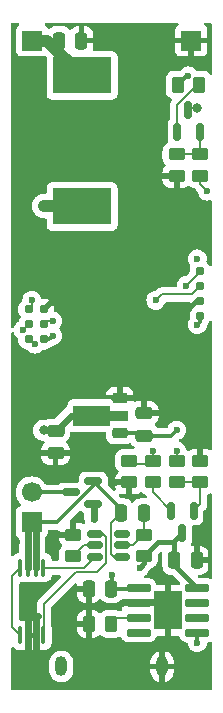
<source format=gbr>
%TF.GenerationSoftware,KiCad,Pcbnew,8.0.6*%
%TF.CreationDate,2025-01-15T19:29:55+01:00*%
%TF.ProjectId,boxmod,626f786d-6f64-42e6-9b69-6361645f7063,rev?*%
%TF.SameCoordinates,Original*%
%TF.FileFunction,Copper,L4,Bot*%
%TF.FilePolarity,Positive*%
%FSLAX46Y46*%
G04 Gerber Fmt 4.6, Leading zero omitted, Abs format (unit mm)*
G04 Created by KiCad (PCBNEW 8.0.6) date 2025-01-15 19:29:55*
%MOMM*%
%LPD*%
G01*
G04 APERTURE LIST*
G04 Aperture macros list*
%AMRoundRect*
0 Rectangle with rounded corners*
0 $1 Rounding radius*
0 $2 $3 $4 $5 $6 $7 $8 $9 X,Y pos of 4 corners*
0 Add a 4 corners polygon primitive as box body*
4,1,4,$2,$3,$4,$5,$6,$7,$8,$9,$2,$3,0*
0 Add four circle primitives for the rounded corners*
1,1,$1+$1,$2,$3*
1,1,$1+$1,$4,$5*
1,1,$1+$1,$6,$7*
1,1,$1+$1,$8,$9*
0 Add four rect primitives between the rounded corners*
20,1,$1+$1,$2,$3,$4,$5,0*
20,1,$1+$1,$4,$5,$6,$7,0*
20,1,$1+$1,$6,$7,$8,$9,0*
20,1,$1+$1,$8,$9,$2,$3,0*%
%AMFreePoly0*
4,1,9,3.862500,-0.866500,0.737500,-0.866500,0.737500,-0.450000,-0.737500,-0.450000,-0.737500,0.450000,0.737500,0.450000,0.737500,0.866500,3.862500,0.866500,3.862500,-0.866500,3.862500,-0.866500,$1*%
G04 Aperture macros list end*
%TA.AperFunction,ComponentPad*%
%ADD10R,1.700000X1.700000*%
%TD*%
%TA.AperFunction,ComponentPad*%
%ADD11O,1.000000X1.700000*%
%TD*%
%TA.AperFunction,SMDPad,CuDef*%
%ADD12RoundRect,0.075000X-0.910000X-0.225000X0.910000X-0.225000X0.910000X0.225000X-0.910000X0.225000X0*%
%TD*%
%TA.AperFunction,SMDPad,CuDef*%
%ADD13R,2.413000X3.302000*%
%TD*%
%TA.AperFunction,SMDPad,CuDef*%
%ADD14RoundRect,0.250000X-0.450000X0.262500X-0.450000X-0.262500X0.450000X-0.262500X0.450000X0.262500X0*%
%TD*%
%TA.AperFunction,SMDPad,CuDef*%
%ADD15RoundRect,0.250000X0.450000X-0.262500X0.450000X0.262500X-0.450000X0.262500X-0.450000X-0.262500X0*%
%TD*%
%TA.AperFunction,SMDPad,CuDef*%
%ADD16RoundRect,0.150000X-0.512500X-0.150000X0.512500X-0.150000X0.512500X0.150000X-0.512500X0.150000X0*%
%TD*%
%TA.AperFunction,SMDPad,CuDef*%
%ADD17RoundRect,0.250000X0.250000X0.475000X-0.250000X0.475000X-0.250000X-0.475000X0.250000X-0.475000X0*%
%TD*%
%TA.AperFunction,SMDPad,CuDef*%
%ADD18R,5.000000X3.100000*%
%TD*%
%TA.AperFunction,SMDPad,CuDef*%
%ADD19RoundRect,0.250000X-0.262500X-0.450000X0.262500X-0.450000X0.262500X0.450000X-0.262500X0.450000X0*%
%TD*%
%TA.AperFunction,SMDPad,CuDef*%
%ADD20RoundRect,0.150000X0.587500X0.150000X-0.587500X0.150000X-0.587500X-0.150000X0.587500X-0.150000X0*%
%TD*%
%TA.AperFunction,SMDPad,CuDef*%
%ADD21RoundRect,0.150000X0.150000X-0.587500X0.150000X0.587500X-0.150000X0.587500X-0.150000X-0.587500X0*%
%TD*%
%TA.AperFunction,ConnectorPad*%
%ADD22C,0.787400*%
%TD*%
%TA.AperFunction,SMDPad,CuDef*%
%ADD23RoundRect,0.150000X-0.150000X0.587500X-0.150000X-0.587500X0.150000X-0.587500X0.150000X0.587500X0*%
%TD*%
%TA.AperFunction,SMDPad,CuDef*%
%ADD24RoundRect,0.250000X-0.475000X0.250000X-0.475000X-0.250000X0.475000X-0.250000X0.475000X0.250000X0*%
%TD*%
%TA.AperFunction,ComponentPad*%
%ADD25C,1.700000*%
%TD*%
%TA.AperFunction,SMDPad,CuDef*%
%ADD26RoundRect,0.250000X-0.250000X-0.475000X0.250000X-0.475000X0.250000X0.475000X-0.250000X0.475000X0*%
%TD*%
%TA.AperFunction,SMDPad,CuDef*%
%ADD27RoundRect,0.250000X0.262500X0.450000X-0.262500X0.450000X-0.262500X-0.450000X0.262500X-0.450000X0*%
%TD*%
%TA.AperFunction,SMDPad,CuDef*%
%ADD28RoundRect,0.225000X0.425000X0.225000X-0.425000X0.225000X-0.425000X-0.225000X0.425000X-0.225000X0*%
%TD*%
%TA.AperFunction,SMDPad,CuDef*%
%ADD29FreePoly0,180.000000*%
%TD*%
%TA.AperFunction,SMDPad,CuDef*%
%ADD30RoundRect,0.100000X-0.100000X0.637500X-0.100000X-0.637500X0.100000X-0.637500X0.100000X0.637500X0*%
%TD*%
%TA.AperFunction,ViaPad*%
%ADD31C,0.600000*%
%TD*%
%TA.AperFunction,ViaPad*%
%ADD32C,0.800000*%
%TD*%
%TA.AperFunction,ViaPad*%
%ADD33C,1.000000*%
%TD*%
%TA.AperFunction,Conductor*%
%ADD34C,0.600000*%
%TD*%
%TA.AperFunction,Conductor*%
%ADD35C,0.400000*%
%TD*%
%TA.AperFunction,Conductor*%
%ADD36C,0.200000*%
%TD*%
%TA.AperFunction,Conductor*%
%ADD37C,0.300000*%
%TD*%
%TA.AperFunction,Conductor*%
%ADD38C,1.000000*%
%TD*%
G04 APERTURE END LIST*
D10*
%TO.P,J5,1,Pin_1*%
%TO.N,GND*%
X102250000Y-53250000D03*
%TD*%
D11*
%TO.P,J1,S1,SHIELD*%
%TO.N,GND*%
X99770000Y-106250000D03*
%TO.P,J1,S2*%
%TO.N,N/C*%
X91230000Y-106250000D03*
%TD*%
D10*
%TO.P,J4,1,Pin_1*%
%TO.N,coil+*%
X88750000Y-53250000D03*
%TD*%
D12*
%TO.P,U1,1,TEMP*%
%TO.N,unconnected-(U1-TEMP-Pad1)*%
X97800000Y-103405000D03*
%TO.P,U1,2,PROG*%
%TO.N,Net-(U1-PROG)*%
X97800000Y-102135000D03*
%TO.P,U1,3,GND*%
%TO.N,GND*%
X97800000Y-100865000D03*
%TO.P,U1,4,VCC*%
%TO.N,+USB5V*%
X97800000Y-99595000D03*
%TO.P,U1,5,BAT*%
%TO.N,+BATT*%
X102750000Y-99595000D03*
%TO.P,U1,6,~{STDBY}*%
%TO.N,unconnected-(U1-~{STDBY}-Pad6)*%
X102750000Y-100865000D03*
%TO.P,U1,7,~{CHRG}*%
%TO.N,unconnected-(U1-~{CHRG}-Pad7)*%
X102750000Y-102135000D03*
%TO.P,U1,8,CE*%
%TO.N,+USB5V*%
X102750000Y-103405000D03*
D13*
%TO.P,U1,9,EP*%
%TO.N,GND*%
X100275000Y-101500000D03*
%TD*%
D14*
%TO.P,R14,1*%
%TO.N,Net-(Q4-G)*%
X103000000Y-62900000D03*
%TO.P,R14,2*%
%TO.N,CoilResSw*%
X103000000Y-64725000D03*
%TD*%
D15*
%TO.P,R15,1*%
%TO.N,GND*%
X101000000Y-64725000D03*
%TO.P,R15,2*%
%TO.N,Net-(Q4-G)*%
X101000000Y-62900000D03*
%TD*%
D16*
%TO.P,U2,1,OD*%
%TO.N,Net-(U2-OD)*%
X94112500Y-96950000D03*
%TO.P,U2,2,CS*%
%TO.N,Net-(U2-CS)*%
X94112500Y-96000000D03*
%TO.P,U2,3,OC*%
%TO.N,Net-(U2-OC)*%
X94112500Y-95050000D03*
%TO.P,U2,4,TD*%
%TO.N,unconnected-(U2-TD-Pad4)*%
X96387500Y-95050000D03*
%TO.P,U2,5,VCC*%
%TO.N,Net-(U2-VCC)*%
X96387500Y-96000000D03*
%TO.P,U2,6,GND*%
%TO.N,/-BT1*%
X96387500Y-96950000D03*
%TD*%
D17*
%TO.P,C3,1*%
%TO.N,Net-(U2-VCC)*%
X98200000Y-93250000D03*
%TO.P,C3,2*%
%TO.N,/-BT1*%
X96300000Y-93250000D03*
%TD*%
D18*
%TO.P,L3,1,1*%
%TO.N,Net-(Q2-D)*%
X93000000Y-67300000D03*
%TO.P,L3,2,2*%
%TO.N,coil+*%
X93000000Y-56200000D03*
%TD*%
D19*
%TO.P,R9,1*%
%TO.N,+3.3V*%
X101087500Y-57000000D03*
%TO.P,R9,2*%
%TO.N,Net-(Q4-S)*%
X102912500Y-57000000D03*
%TD*%
D20*
%TO.P,Q3,1,G*%
%TO.N,/-BT1*%
X93937500Y-90550000D03*
%TO.P,Q3,2,S*%
%TO.N,+BATT*%
X93937500Y-92450000D03*
%TO.P,Q3,3,D*%
%TO.N,/+BT1*%
X92062500Y-91500000D03*
%TD*%
D21*
%TO.P,Q4,1,G*%
%TO.N,Net-(Q4-G)*%
X102950000Y-61000000D03*
%TO.P,Q4,2,S*%
%TO.N,Net-(Q4-S)*%
X101050000Y-61000000D03*
%TO.P,Q4,3,D*%
%TO.N,coil+*%
X102000000Y-59125000D03*
%TD*%
D22*
%TO.P,J2,1,Pin_1*%
%TO.N,TXD*%
X103000000Y-72750000D03*
%TO.P,J2,2,Pin_2*%
%TO.N,RXD*%
X103000000Y-74020000D03*
%TO.P,J2,3,Pin_3*%
%TO.N,GND*%
X103000000Y-75290000D03*
%TO.P,J2,4,Pin_4*%
%TO.N,+3.3V*%
X103000000Y-76560000D03*
%TD*%
D14*
%TO.P,R5,1*%
%TO.N,Net-(U2-VCC)*%
X98250000Y-95087500D03*
%TO.P,R5,2*%
%TO.N,+BATT*%
X98250000Y-96912500D03*
%TD*%
D23*
%TO.P,Q5,1,D*%
%TO.N,Net-(Q5-D)*%
X100550000Y-93062500D03*
%TO.P,Q5,2,G*%
%TO.N,Net-(Q5-G)*%
X102450000Y-93062500D03*
%TO.P,Q5,3,S*%
%TO.N,+BATT*%
X101500000Y-94937500D03*
%TD*%
D24*
%TO.P,C17,1*%
%TO.N,GND*%
X98250000Y-84800000D03*
%TO.P,C17,2*%
%TO.N,+3.3V*%
X98250000Y-86700000D03*
%TD*%
D25*
%TO.P,BT1,1,+*%
%TO.N,/+BT1*%
X88725000Y-91500000D03*
D10*
%TO.P,BT1,2,-*%
%TO.N,/-BT1*%
X88725000Y-94040000D03*
%TD*%
D26*
%TO.P,C1,1*%
%TO.N,GND*%
X93575000Y-99655000D03*
%TO.P,C1,2*%
%TO.N,+USB5V*%
X95475000Y-99655000D03*
%TD*%
D14*
%TO.P,R19,1*%
%TO.N,batV*%
X97000000Y-88837500D03*
%TO.P,R19,2*%
%TO.N,GND*%
X97000000Y-90662500D03*
%TD*%
D15*
%TO.P,R16,1*%
%TO.N,Net-(Q5-G)*%
X101000000Y-90662500D03*
%TO.P,R16,2*%
%TO.N,BatVoltSw*%
X101000000Y-88837500D03*
%TD*%
D22*
%TO.P,J3,1,Pin_1*%
%TO.N,MISO*%
X88480000Y-78540000D03*
%TO.P,J3,2,Pin_2*%
%TO.N,+3.3V*%
X89750000Y-78540000D03*
%TO.P,J3,3,Pin_3*%
%TO.N,SCK*%
X88480000Y-77270000D03*
%TO.P,J3,4,Pin_4*%
%TO.N,MOSI*%
X89750000Y-77270000D03*
%TO.P,J3,5,Pin_5*%
%TO.N,RESET*%
X88480000Y-76000000D03*
%TO.P,J3,6,Pin_6*%
%TO.N,GND*%
X89750000Y-76000000D03*
%TD*%
D24*
%TO.P,C16,1*%
%TO.N,+5V*%
X90750000Y-86300000D03*
%TO.P,C16,2*%
%TO.N,GND*%
X90750000Y-88200000D03*
%TD*%
D15*
%TO.P,R18,1*%
%TO.N,Net-(Q5-D)*%
X99000000Y-90662500D03*
%TO.P,R18,2*%
%TO.N,batV*%
X99000000Y-88837500D03*
%TD*%
%TO.P,R4,1*%
%TO.N,Net-(U2-CS)*%
X92250000Y-96912500D03*
%TO.P,R4,2*%
%TO.N,GND*%
X92250000Y-95087500D03*
%TD*%
D27*
%TO.P,R1,1*%
%TO.N,Net-(U1-PROG)*%
X95437500Y-102655000D03*
%TO.P,R1,2*%
%TO.N,GND*%
X93612500Y-102655000D03*
%TD*%
D28*
%TO.P,U4,1,GND*%
%TO.N,GND*%
X96200000Y-83500000D03*
D29*
%TO.P,U4,2,VIN*%
%TO.N,+5V*%
X96112500Y-85000000D03*
D28*
%TO.P,U4,3,VOUT*%
%TO.N,+3.3V*%
X96200000Y-86500000D03*
%TD*%
D30*
%TO.P,Q1,1*%
%TO.N,Net-(Q1-Pad1)*%
X87775000Y-97887500D03*
%TO.P,Q1,2*%
%TO.N,/-BT1*%
X88425000Y-97887500D03*
%TO.P,Q1,3*%
X89075000Y-97887500D03*
%TO.P,Q1,4*%
%TO.N,Net-(U2-OD)*%
X89725000Y-97887500D03*
%TO.P,Q1,5*%
%TO.N,Net-(U2-OC)*%
X89725000Y-103612500D03*
%TO.P,Q1,6*%
%TO.N,GND*%
X89075000Y-103612500D03*
%TO.P,Q1,7*%
X88425000Y-103612500D03*
%TO.P,Q1,8*%
%TO.N,Net-(Q1-Pad1)*%
X87775000Y-103612500D03*
%TD*%
D14*
%TO.P,R17,1*%
%TO.N,GND*%
X103000000Y-88837500D03*
%TO.P,R17,2*%
%TO.N,Net-(Q5-G)*%
X103000000Y-90662500D03*
%TD*%
D17*
%TO.P,C18,1*%
%TO.N,GND*%
X92950000Y-53250000D03*
%TO.P,C18,2*%
%TO.N,coil+*%
X91050000Y-53250000D03*
%TD*%
D26*
%TO.P,C2,1*%
%TO.N,+BATT*%
X100800000Y-97250000D03*
%TO.P,C2,2*%
%TO.N,GND*%
X102700000Y-97250000D03*
%TD*%
D31*
%TO.N,GND*%
X91800000Y-63650000D03*
X94025000Y-63200000D03*
X91925000Y-63050000D03*
X89150000Y-68625000D03*
D32*
%TO.N,+5V*%
X89750000Y-86250000D03*
D31*
%TO.N,+BATT*%
X94000000Y-93750000D03*
X97875000Y-97875000D03*
%TO.N,RXD*%
X99250000Y-75250000D03*
%TO.N,TXD*%
X101825000Y-74000000D03*
%TO.N,MISO*%
X89012618Y-78950000D03*
%TO.N,RESET*%
X88750000Y-75250000D03*
%TO.N,SCK*%
X88000000Y-77750000D03*
%TO.N,MOSI*%
X90500000Y-77000000D03*
%TO.N,+USB5V*%
X102750000Y-104250000D03*
X95500000Y-98500000D03*
%TO.N,+3.3V*%
X102750000Y-71750000D03*
X90500000Y-78250000D03*
X101000000Y-86250000D03*
X102000000Y-56250000D03*
X102750000Y-77296300D03*
D32*
%TO.N,coil+*%
X102750000Y-59000000D03*
D31*
%TO.N,batV*%
X99000000Y-88000000D03*
%TO.N,GND*%
X97000000Y-72750000D03*
X91000000Y-101250000D03*
X92750000Y-105750000D03*
X100250000Y-98750000D03*
X100750000Y-69000000D03*
X95000000Y-88250000D03*
X94750000Y-63150000D03*
X96500000Y-71500000D03*
X94500000Y-72750000D03*
X102195000Y-75750000D03*
X89263909Y-72236091D03*
X103000000Y-87750000D03*
X95750000Y-90750000D03*
X98250000Y-105750000D03*
X91000000Y-95000000D03*
X102750000Y-96000000D03*
X89000000Y-80250000D03*
X94500000Y-71500000D03*
X91300000Y-63050000D03*
X100275000Y-101500000D03*
X87500000Y-95750000D03*
X87750000Y-90000000D03*
%TO.N,CoilResSw*%
X103600000Y-66000000D03*
%TO.N,BatVoltSw*%
X101000000Y-88000000D03*
D33*
%TO.N,Net-(Q2-D)*%
X89750000Y-67250000D03*
%TD*%
D34*
%TO.N,+5V*%
X89750000Y-86250000D02*
X90700000Y-86250000D01*
X90700000Y-86250000D02*
X90750000Y-86300000D01*
X90750000Y-86300000D02*
X92050000Y-85000000D01*
X92050000Y-85000000D02*
X96112500Y-85000000D01*
D35*
%TO.N,+BATT*%
X100800000Y-95862500D02*
X100800000Y-97250000D01*
X100800000Y-97250000D02*
X100800000Y-97645000D01*
X98250000Y-97500000D02*
X98250000Y-96912500D01*
D34*
X94000000Y-92512500D02*
X93937500Y-92450000D01*
D35*
X100687500Y-95750000D02*
X100800000Y-95862500D01*
X100800000Y-97645000D02*
X102750000Y-99595000D01*
X97875000Y-97875000D02*
X98250000Y-97500000D01*
D34*
X94000000Y-93750000D02*
X94000000Y-92512500D01*
D35*
X99412500Y-95750000D02*
X98250000Y-96912500D01*
X101500000Y-94937500D02*
X100687500Y-95750000D01*
X100687500Y-95750000D02*
X99412500Y-95750000D01*
D36*
%TO.N,Net-(U2-VCC)*%
X97337500Y-96000000D02*
X98250000Y-95087500D01*
X96387500Y-96000000D02*
X97337500Y-96000000D01*
X98250000Y-95087500D02*
X98250000Y-93300000D01*
%TO.N,RXD*%
X102270000Y-74750000D02*
X99750000Y-74750000D01*
X103000000Y-74020000D02*
X102270000Y-74750000D01*
X99750000Y-74750000D02*
X99250000Y-75250000D01*
%TO.N,TXD*%
X103000000Y-72825000D02*
X101825000Y-74000000D01*
%TO.N,MISO*%
X88890000Y-78950000D02*
X88480000Y-78540000D01*
X89012618Y-78950000D02*
X88890000Y-78950000D01*
%TO.N,RESET*%
X88750000Y-75730000D02*
X88480000Y-76000000D01*
X88750000Y-75250000D02*
X88750000Y-75730000D01*
%TO.N,SCK*%
X88000000Y-77750000D02*
X88480000Y-77270000D01*
%TO.N,MOSI*%
X90500000Y-77000000D02*
X90020000Y-77000000D01*
X90020000Y-77000000D02*
X89750000Y-77270000D01*
%TO.N,Net-(U2-OD)*%
X94112500Y-96950000D02*
X93175000Y-97887500D01*
X93175000Y-97887500D02*
X89725000Y-97887500D01*
%TO.N,Net-(Q1-Pad1)*%
X87775000Y-97887500D02*
X87100000Y-98562500D01*
X87100000Y-98562500D02*
X87100000Y-102937500D01*
X87100000Y-102937500D02*
X87775000Y-103612500D01*
%TO.N,Net-(U2-OC)*%
X94112500Y-95050000D02*
X94800000Y-95050000D01*
X95025000Y-97475000D02*
X94250000Y-98250000D01*
X92486091Y-98250000D02*
X89800000Y-100936091D01*
X94250000Y-98250000D02*
X92486091Y-98250000D01*
X89800000Y-100936091D02*
X89800000Y-103537500D01*
X89800000Y-103537500D02*
X89725000Y-103612500D01*
X95025000Y-95275000D02*
X95025000Y-97475000D01*
X94800000Y-95050000D02*
X95025000Y-95275000D01*
%TO.N,Net-(U1-PROG)*%
X95957500Y-102135000D02*
X95437500Y-102655000D01*
X97800000Y-102135000D02*
X95957500Y-102135000D01*
%TO.N,Net-(U2-CS)*%
X93162500Y-96000000D02*
X94112500Y-96000000D01*
X92250000Y-96912500D02*
X93162500Y-96000000D01*
D37*
%TO.N,+USB5V*%
X102750000Y-103405000D02*
X102750000Y-104250000D01*
X97740000Y-99655000D02*
X97800000Y-99595000D01*
X95475000Y-99655000D02*
X97740000Y-99655000D01*
X95500000Y-99630000D02*
X95475000Y-99655000D01*
X95500000Y-98500000D02*
X95500000Y-99630000D01*
D36*
%TO.N,/-BT1*%
X95475000Y-94075000D02*
X96300000Y-93250000D01*
D34*
X89075000Y-97887500D02*
X89075000Y-94390000D01*
D37*
X90900552Y-94040000D02*
X88725000Y-94040000D01*
D34*
X88425000Y-97887500D02*
X88425000Y-94340000D01*
D36*
X96387500Y-96950000D02*
X95713738Y-96950000D01*
X95475000Y-96711262D02*
X95475000Y-94075000D01*
D37*
X93937500Y-91003052D02*
X90900552Y-94040000D01*
D34*
X88425000Y-94340000D02*
X88725000Y-94040000D01*
X89075000Y-94390000D02*
X88725000Y-94040000D01*
D36*
X95713738Y-96950000D02*
X95475000Y-96711262D01*
D37*
X93937500Y-90550000D02*
X93937500Y-91003052D01*
X93937500Y-90550000D02*
X96300000Y-92912500D01*
%TO.N,/+BT1*%
X92062500Y-91500000D02*
X88725000Y-91500000D01*
%TO.N,+3.3V*%
X89750000Y-78540000D02*
X90210000Y-78540000D01*
X103000000Y-77046300D02*
X102750000Y-77296300D01*
X98250000Y-86700000D02*
X100550000Y-86700000D01*
X101837500Y-56250000D02*
X101087500Y-57000000D01*
X90210000Y-78540000D02*
X90500000Y-78250000D01*
X100550000Y-86700000D02*
X101000000Y-86250000D01*
X96200000Y-86500000D02*
X98050000Y-86500000D01*
X102000000Y-56250000D02*
X101837500Y-56250000D01*
X103000000Y-76560000D02*
X103000000Y-77046300D01*
D38*
%TO.N,coil+*%
X90050000Y-53250000D02*
X93000000Y-56200000D01*
D34*
X91050000Y-54250000D02*
X93000000Y-56200000D01*
D38*
X88750000Y-53250000D02*
X90050000Y-53250000D01*
D34*
X91050000Y-53250000D02*
X91050000Y-54250000D01*
D36*
X102750000Y-59000000D02*
X102125000Y-59000000D01*
%TO.N,Net-(Q4-S)*%
X102750000Y-57000000D02*
X101662500Y-58087500D01*
X101050000Y-58696948D02*
X101050000Y-61000000D01*
X101659448Y-58087500D02*
X101050000Y-58696948D01*
X101662500Y-58087500D02*
X101659448Y-58087500D01*
%TO.N,Net-(Q4-G)*%
X101000000Y-62900000D02*
X103000000Y-62900000D01*
X102950000Y-61000000D02*
X102950000Y-62850000D01*
%TO.N,Net-(Q5-G)*%
X103000000Y-92512500D02*
X102450000Y-93062500D01*
X103000000Y-90912500D02*
X103000000Y-92512500D01*
X101000000Y-90662500D02*
X103000000Y-90662500D01*
%TO.N,Net-(Q5-D)*%
X99000000Y-90912500D02*
X99000000Y-91512500D01*
X99000000Y-91512500D02*
X100550000Y-93062500D01*
%TO.N,batV*%
X99000000Y-88000000D02*
X99000000Y-88837500D01*
X97000000Y-89087500D02*
X99000000Y-89087500D01*
D34*
%TO.N,GND*%
X98112500Y-100825000D02*
X96750000Y-100825000D01*
X100250000Y-100825000D02*
X100325000Y-100825000D01*
X88425000Y-104825000D02*
X88000000Y-105250000D01*
X89075000Y-102175000D02*
X89075000Y-103612500D01*
D37*
X89263909Y-72236091D02*
X89750000Y-72722182D01*
D34*
X89075000Y-103612500D02*
X89075000Y-104825000D01*
X88425000Y-103612500D02*
X88425000Y-102175000D01*
X98112500Y-100825000D02*
X100250000Y-100825000D01*
X96425000Y-100825000D02*
X96250000Y-101000000D01*
D35*
X102195000Y-75750000D02*
X102655000Y-75290000D01*
D34*
X100425000Y-100175000D02*
X100500000Y-100250000D01*
X88425000Y-102175000D02*
X88250000Y-102000000D01*
X88425000Y-103612500D02*
X88425000Y-104825000D01*
X89075000Y-104825000D02*
X89500000Y-105250000D01*
X89250000Y-102000000D02*
X89075000Y-102175000D01*
D37*
X89750000Y-72722182D02*
X89750000Y-73230000D01*
D35*
X102655000Y-75290000D02*
X103000000Y-75290000D01*
D36*
%TO.N,CoilResSw*%
X103000000Y-65400000D02*
X103000000Y-64725000D01*
X103600000Y-66000000D02*
X103000000Y-65400000D01*
%TO.N,BatVoltSw*%
X101000000Y-88000000D02*
X101000000Y-88837500D01*
D38*
%TO.N,Net-(Q2-D)*%
X89800000Y-67300000D02*
X93000000Y-67300000D01*
X89750000Y-67250000D02*
X89800000Y-67300000D01*
%TD*%
%TA.AperFunction,Conductor*%
%TO.N,GND*%
G36*
X99726304Y-96529366D02*
G01*
X99782237Y-96571238D01*
X99806654Y-96636702D01*
X99806328Y-96658150D01*
X99799500Y-96724981D01*
X99799500Y-97775001D01*
X99799501Y-97775019D01*
X99810000Y-97877796D01*
X99810001Y-97877799D01*
X99865185Y-98044331D01*
X99865187Y-98044336D01*
X99871305Y-98054255D01*
X99957288Y-98193656D01*
X100081344Y-98317712D01*
X100230666Y-98409814D01*
X100397203Y-98464999D01*
X100499991Y-98475500D01*
X100588480Y-98475499D01*
X100655518Y-98495183D01*
X100676161Y-98511818D01*
X101251420Y-99087077D01*
X101284905Y-99148400D01*
X101280382Y-99211639D01*
X101281416Y-99211916D01*
X101279979Y-99217277D01*
X101279921Y-99218092D01*
X101279419Y-99219365D01*
X101279313Y-99219763D01*
X101276493Y-99241185D01*
X101248227Y-99305082D01*
X101189902Y-99343553D01*
X101153554Y-99349000D01*
X100525000Y-99349000D01*
X100525000Y-103651000D01*
X101153554Y-103651000D01*
X101220593Y-103670685D01*
X101266348Y-103723489D01*
X101276492Y-103758814D01*
X101276904Y-103761938D01*
X101279312Y-103780234D01*
X101279313Y-103780236D01*
X101310488Y-103855500D01*
X101337302Y-103920233D01*
X101429549Y-104040451D01*
X101549767Y-104132698D01*
X101689764Y-104190687D01*
X101802280Y-104205500D01*
X101828608Y-104205500D01*
X101895647Y-104225185D01*
X101941402Y-104277989D01*
X101951828Y-104315617D01*
X101964630Y-104429249D01*
X101964631Y-104429254D01*
X102024211Y-104599523D01*
X102120184Y-104752262D01*
X102247738Y-104879816D01*
X102400478Y-104975789D01*
X102570745Y-105035368D01*
X102570750Y-105035369D01*
X102749996Y-105055565D01*
X102750000Y-105055565D01*
X102750004Y-105055565D01*
X102929249Y-105035369D01*
X102929252Y-105035368D01*
X102929255Y-105035368D01*
X103099522Y-104975789D01*
X103252262Y-104879816D01*
X103379816Y-104752262D01*
X103475789Y-104599522D01*
X103535368Y-104429255D01*
X103537903Y-104406762D01*
X103548172Y-104315617D01*
X103575238Y-104251203D01*
X103632833Y-104211648D01*
X103671392Y-104205500D01*
X103697713Y-104205500D01*
X103697720Y-104205500D01*
X103810236Y-104190687D01*
X103828048Y-104183308D01*
X103897516Y-104175840D01*
X103959995Y-104207115D01*
X103995648Y-104267204D01*
X103999500Y-104297870D01*
X103999500Y-108125500D01*
X103979815Y-108192539D01*
X103927011Y-108238294D01*
X103875500Y-108249500D01*
X87124500Y-108249500D01*
X87057461Y-108229815D01*
X87011706Y-108177011D01*
X87000500Y-108125500D01*
X87000500Y-106698543D01*
X90229499Y-106698543D01*
X90267947Y-106891829D01*
X90267950Y-106891839D01*
X90343364Y-107073907D01*
X90343371Y-107073920D01*
X90452860Y-107237781D01*
X90452863Y-107237785D01*
X90592214Y-107377136D01*
X90592218Y-107377139D01*
X90756079Y-107486628D01*
X90756092Y-107486635D01*
X90937001Y-107561569D01*
X90938165Y-107562051D01*
X90938169Y-107562051D01*
X90938170Y-107562052D01*
X91131456Y-107600500D01*
X91131459Y-107600500D01*
X91328543Y-107600500D01*
X91482567Y-107569862D01*
X91521835Y-107562051D01*
X91703914Y-107486632D01*
X91867782Y-107377139D01*
X92007139Y-107237782D01*
X92116632Y-107073914D01*
X92192051Y-106891835D01*
X92230500Y-106698541D01*
X92230500Y-105801504D01*
X98770000Y-105801504D01*
X98770000Y-106000000D01*
X99520000Y-106000000D01*
X99520000Y-106500000D01*
X98770000Y-106500000D01*
X98770000Y-106698495D01*
X98808427Y-106891681D01*
X98808430Y-106891693D01*
X98883807Y-107073671D01*
X98883814Y-107073684D01*
X98993248Y-107237462D01*
X98993251Y-107237466D01*
X99132533Y-107376748D01*
X99132537Y-107376751D01*
X99296315Y-107486185D01*
X99296328Y-107486192D01*
X99478308Y-107561569D01*
X99520000Y-107569862D01*
X99520000Y-106649728D01*
X99558060Y-106741614D01*
X99628386Y-106811940D01*
X99720272Y-106850000D01*
X99819728Y-106850000D01*
X99911614Y-106811940D01*
X99981940Y-106741614D01*
X100020000Y-106649728D01*
X100020000Y-107569862D01*
X100061690Y-107561569D01*
X100061692Y-107561569D01*
X100243671Y-107486192D01*
X100243684Y-107486185D01*
X100407462Y-107376751D01*
X100407466Y-107376748D01*
X100546748Y-107237466D01*
X100546751Y-107237462D01*
X100656185Y-107073684D01*
X100656192Y-107073671D01*
X100731569Y-106891693D01*
X100731572Y-106891681D01*
X100769999Y-106698495D01*
X100770000Y-106698492D01*
X100770000Y-106500000D01*
X100020000Y-106500000D01*
X100020000Y-106000000D01*
X100770000Y-106000000D01*
X100770000Y-105801508D01*
X100769999Y-105801504D01*
X100731572Y-105608318D01*
X100731569Y-105608306D01*
X100656192Y-105426328D01*
X100656185Y-105426315D01*
X100546751Y-105262537D01*
X100546748Y-105262533D01*
X100407466Y-105123251D01*
X100407462Y-105123248D01*
X100243684Y-105013814D01*
X100243671Y-105013807D01*
X100061691Y-104938429D01*
X100061683Y-104938427D01*
X100020000Y-104930135D01*
X100020000Y-105850272D01*
X99981940Y-105758386D01*
X99911614Y-105688060D01*
X99819728Y-105650000D01*
X99720272Y-105650000D01*
X99628386Y-105688060D01*
X99558060Y-105758386D01*
X99520000Y-105850272D01*
X99520000Y-104930136D01*
X99519999Y-104930135D01*
X99478316Y-104938427D01*
X99478308Y-104938429D01*
X99296328Y-105013807D01*
X99296315Y-105013814D01*
X99132537Y-105123248D01*
X99132533Y-105123251D01*
X98993251Y-105262533D01*
X98993248Y-105262537D01*
X98883814Y-105426315D01*
X98883807Y-105426328D01*
X98808430Y-105608306D01*
X98808427Y-105608318D01*
X98770000Y-105801504D01*
X92230500Y-105801504D01*
X92230500Y-105801459D01*
X92230500Y-105801456D01*
X92192052Y-105608170D01*
X92192051Y-105608169D01*
X92192051Y-105608165D01*
X92192049Y-105608160D01*
X92116635Y-105426092D01*
X92116628Y-105426079D01*
X92007139Y-105262218D01*
X92007136Y-105262214D01*
X91867785Y-105122863D01*
X91867781Y-105122860D01*
X91703920Y-105013371D01*
X91703907Y-105013364D01*
X91521839Y-104937950D01*
X91521829Y-104937947D01*
X91328543Y-104899500D01*
X91328541Y-104899500D01*
X91131459Y-104899500D01*
X91131457Y-104899500D01*
X90938170Y-104937947D01*
X90938160Y-104937950D01*
X90756092Y-105013364D01*
X90756079Y-105013371D01*
X90592218Y-105122860D01*
X90592214Y-105122863D01*
X90452863Y-105262214D01*
X90452860Y-105262218D01*
X90343371Y-105426079D01*
X90343364Y-105426092D01*
X90267950Y-105608160D01*
X90267947Y-105608170D01*
X90229500Y-105801456D01*
X90229500Y-105801459D01*
X90229500Y-106698541D01*
X90229500Y-106698543D01*
X90229499Y-106698543D01*
X87000500Y-106698543D01*
X87000500Y-104722696D01*
X87020185Y-104655657D01*
X87072989Y-104609902D01*
X87142147Y-104599958D01*
X87205703Y-104628983D01*
X87222874Y-104647208D01*
X87246718Y-104678282D01*
X87372159Y-104774536D01*
X87518238Y-104835044D01*
X87635639Y-104850500D01*
X87914360Y-104850499D01*
X87914361Y-104850499D01*
X87928018Y-104848701D01*
X88031762Y-104835044D01*
X88053200Y-104826163D01*
X88122668Y-104818694D01*
X88148106Y-104826163D01*
X88168365Y-104834554D01*
X88168377Y-104834558D01*
X88224998Y-104842011D01*
X88225000Y-104842010D01*
X88225000Y-104799499D01*
X88244685Y-104732460D01*
X88273512Y-104701125D01*
X88303282Y-104678282D01*
X88399536Y-104552841D01*
X88399536Y-104552839D01*
X88402624Y-104548816D01*
X88459052Y-104507613D01*
X88528798Y-104503458D01*
X88589718Y-104537670D01*
X88622471Y-104599387D01*
X88625000Y-104624302D01*
X88625000Y-104842010D01*
X88625001Y-104842011D01*
X88681622Y-104834558D01*
X88681631Y-104834555D01*
X88702547Y-104825892D01*
X88772017Y-104818423D01*
X88797453Y-104825892D01*
X88818368Y-104834555D01*
X88818377Y-104834558D01*
X88874998Y-104842011D01*
X88875000Y-104842010D01*
X88875000Y-104624302D01*
X88894685Y-104557263D01*
X88947489Y-104511508D01*
X89016647Y-104501564D01*
X89080203Y-104530589D01*
X89097376Y-104548816D01*
X89100463Y-104552839D01*
X89100464Y-104552841D01*
X89196718Y-104678282D01*
X89226485Y-104701123D01*
X89267688Y-104757548D01*
X89275000Y-104799499D01*
X89275000Y-104842010D01*
X89331631Y-104834555D01*
X89351887Y-104826165D01*
X89421356Y-104818693D01*
X89446797Y-104826163D01*
X89446802Y-104826165D01*
X89468238Y-104835044D01*
X89585639Y-104850500D01*
X89864360Y-104850499D01*
X89864363Y-104850499D01*
X89981753Y-104835046D01*
X89981757Y-104835044D01*
X89981762Y-104835044D01*
X90127841Y-104774536D01*
X90253282Y-104678282D01*
X90349536Y-104552841D01*
X90410044Y-104406762D01*
X90425500Y-104289361D01*
X90425499Y-103154986D01*
X92600001Y-103154986D01*
X92610494Y-103257697D01*
X92665641Y-103424119D01*
X92665643Y-103424124D01*
X92757684Y-103573345D01*
X92881654Y-103697315D01*
X93030875Y-103789356D01*
X93030880Y-103789358D01*
X93197302Y-103844505D01*
X93197309Y-103844506D01*
X93300019Y-103854999D01*
X93362499Y-103854998D01*
X93362500Y-103854998D01*
X93362500Y-102905000D01*
X92600001Y-102905000D01*
X92600001Y-103154986D01*
X90425499Y-103154986D01*
X90425499Y-102935640D01*
X90425499Y-102935639D01*
X90425499Y-102935636D01*
X90410045Y-102818241D01*
X90410043Y-102818235D01*
X90409937Y-102817978D01*
X90409828Y-102817432D01*
X90407941Y-102810388D01*
X90408402Y-102810264D01*
X90400500Y-102770530D01*
X90400500Y-102155013D01*
X92600000Y-102155013D01*
X92600000Y-102405000D01*
X93362500Y-102405000D01*
X93362500Y-101455000D01*
X93362499Y-101454999D01*
X93300028Y-101455000D01*
X93300011Y-101455001D01*
X93197302Y-101465494D01*
X93030880Y-101520641D01*
X93030875Y-101520643D01*
X92881654Y-101612684D01*
X92757684Y-101736654D01*
X92665643Y-101885875D01*
X92665641Y-101885880D01*
X92610494Y-102052302D01*
X92610493Y-102052309D01*
X92600000Y-102155013D01*
X90400500Y-102155013D01*
X90400500Y-101236187D01*
X90420185Y-101169148D01*
X90436814Y-101148511D01*
X91405339Y-100179986D01*
X92575001Y-100179986D01*
X92585494Y-100282697D01*
X92640641Y-100449119D01*
X92640643Y-100449124D01*
X92732684Y-100598345D01*
X92856654Y-100722315D01*
X93005875Y-100814356D01*
X93005880Y-100814358D01*
X93172302Y-100869505D01*
X93172309Y-100869506D01*
X93275019Y-100879999D01*
X93324999Y-100879998D01*
X93325000Y-100879998D01*
X93325000Y-99905000D01*
X92575001Y-99905000D01*
X92575001Y-100179986D01*
X91405339Y-100179986D01*
X92363321Y-99222004D01*
X92424642Y-99188521D01*
X92494334Y-99193505D01*
X92550267Y-99235377D01*
X92574684Y-99300841D01*
X92575000Y-99309687D01*
X92575000Y-99405000D01*
X93701000Y-99405000D01*
X93768039Y-99424685D01*
X93813794Y-99477489D01*
X93825000Y-99529000D01*
X93825000Y-100879999D01*
X93874972Y-100879999D01*
X93874986Y-100879998D01*
X93977697Y-100869505D01*
X94144119Y-100814358D01*
X94144124Y-100814356D01*
X94293345Y-100722315D01*
X94417318Y-100598342D01*
X94419165Y-100595348D01*
X94420969Y-100593724D01*
X94421798Y-100592677D01*
X94421976Y-100592818D01*
X94471110Y-100548621D01*
X94540073Y-100537396D01*
X94604156Y-100565236D01*
X94630243Y-100595341D01*
X94632288Y-100598656D01*
X94756344Y-100722712D01*
X94905666Y-100814814D01*
X95072203Y-100869999D01*
X95174991Y-100880500D01*
X95775008Y-100880499D01*
X95775016Y-100880498D01*
X95775019Y-100880498D01*
X95831302Y-100874748D01*
X95877797Y-100869999D01*
X96044334Y-100814814D01*
X96193656Y-100722712D01*
X96265050Y-100651317D01*
X96326371Y-100617834D01*
X96352730Y-100615000D01*
X97926000Y-100615000D01*
X97993039Y-100634685D01*
X98038794Y-100687489D01*
X98050000Y-100739000D01*
X98050000Y-100991000D01*
X98030315Y-101058039D01*
X97977511Y-101103794D01*
X97926000Y-101115000D01*
X96315000Y-101115000D01*
X96315000Y-101127697D01*
X96329800Y-101240104D01*
X96329801Y-101240108D01*
X96380724Y-101363048D01*
X96388193Y-101432517D01*
X96356918Y-101494996D01*
X96296829Y-101530648D01*
X96266163Y-101534500D01*
X96077521Y-101534500D01*
X96025121Y-101522884D01*
X96019339Y-101520188D01*
X96019335Y-101520186D01*
X96019334Y-101520186D01*
X95852797Y-101465001D01*
X95852795Y-101465000D01*
X95750010Y-101454500D01*
X95124998Y-101454500D01*
X95124980Y-101454501D01*
X95022203Y-101465000D01*
X95022200Y-101465001D01*
X94855668Y-101520185D01*
X94855663Y-101520187D01*
X94706345Y-101612287D01*
X94612327Y-101706305D01*
X94551003Y-101739789D01*
X94481312Y-101734805D01*
X94436965Y-101706304D01*
X94343345Y-101612684D01*
X94194124Y-101520643D01*
X94194119Y-101520641D01*
X94027697Y-101465494D01*
X94027690Y-101465493D01*
X93924986Y-101455000D01*
X93862500Y-101455000D01*
X93862500Y-103854999D01*
X93924972Y-103854999D01*
X93924986Y-103854998D01*
X94027697Y-103844505D01*
X94194119Y-103789358D01*
X94194124Y-103789356D01*
X94343342Y-103697317D01*
X94436964Y-103603695D01*
X94498287Y-103570210D01*
X94567979Y-103575194D01*
X94612327Y-103603695D01*
X94706344Y-103697712D01*
X94855666Y-103789814D01*
X95022203Y-103844999D01*
X95124991Y-103855500D01*
X95750008Y-103855499D01*
X95750016Y-103855498D01*
X95750019Y-103855498D01*
X95806302Y-103849748D01*
X95852797Y-103844999D01*
X96019334Y-103789814D01*
X96145790Y-103711815D01*
X96213181Y-103693376D01*
X96279844Y-103714299D01*
X96324614Y-103767941D01*
X96326720Y-103773977D01*
X96387300Y-103920229D01*
X96387302Y-103920233D01*
X96479549Y-104040451D01*
X96599767Y-104132698D01*
X96739764Y-104190687D01*
X96852280Y-104205500D01*
X96852287Y-104205500D01*
X98747713Y-104205500D01*
X98747720Y-104205500D01*
X98860236Y-104190687D01*
X99000233Y-104132698D01*
X99120451Y-104040451D01*
X99212698Y-103920233D01*
X99270687Y-103780236D01*
X99273507Y-103758814D01*
X99301773Y-103694918D01*
X99360098Y-103656447D01*
X99396446Y-103651000D01*
X100025000Y-103651000D01*
X100025000Y-99349000D01*
X99396446Y-99349000D01*
X99329407Y-99329315D01*
X99283652Y-99276511D01*
X99273507Y-99241185D01*
X99270687Y-99219765D01*
X99270687Y-99219764D01*
X99212698Y-99079767D01*
X99120451Y-98959549D01*
X99000233Y-98867302D01*
X99000229Y-98867300D01*
X98897786Y-98824867D01*
X98860236Y-98809313D01*
X98846171Y-98807461D01*
X98747727Y-98794500D01*
X98747720Y-98794500D01*
X98346647Y-98794500D01*
X98279608Y-98774815D01*
X98233853Y-98722011D01*
X98223909Y-98652853D01*
X98252934Y-98589297D01*
X98280675Y-98565507D01*
X98377256Y-98504820D01*
X98377257Y-98504819D01*
X98377262Y-98504816D01*
X98504816Y-98377262D01*
X98600789Y-98224522D01*
X98637006Y-98121016D01*
X98666365Y-98074291D01*
X98792365Y-97948291D01*
X98846839Y-97918547D01*
X98846370Y-97917129D01*
X98886375Y-97903872D01*
X99019334Y-97859814D01*
X99168656Y-97767712D01*
X99292712Y-97643656D01*
X99384814Y-97494334D01*
X99439999Y-97327797D01*
X99450500Y-97225009D01*
X99450499Y-96754018D01*
X99470183Y-96686980D01*
X99486818Y-96666338D01*
X99574598Y-96578558D01*
X99595290Y-96557866D01*
X99656612Y-96524382D01*
X99726304Y-96529366D01*
G37*
%TD.AperFunction*%
%TA.AperFunction,Conductor*%
G36*
X88967539Y-103432185D02*
G01*
X89013294Y-103484989D01*
X89024500Y-103536499D01*
X89024501Y-103688499D01*
X89004817Y-103755539D01*
X88952013Y-103801294D01*
X88900501Y-103812500D01*
X88599500Y-103812500D01*
X88532461Y-103792815D01*
X88486706Y-103740011D01*
X88475500Y-103688501D01*
X88475499Y-103536501D01*
X88495183Y-103469461D01*
X88547987Y-103423706D01*
X88599499Y-103412500D01*
X88900500Y-103412500D01*
X88967539Y-103432185D01*
G37*
%TD.AperFunction*%
%TA.AperFunction,Conductor*%
G36*
X91166533Y-98507685D02*
G01*
X91212288Y-98560489D01*
X91222232Y-98629647D01*
X91193207Y-98693203D01*
X91187176Y-98699679D01*
X90029135Y-99857720D01*
X89431286Y-100455569D01*
X89319481Y-100567373D01*
X89319477Y-100567378D01*
X89299329Y-100602278D01*
X89299328Y-100602280D01*
X89240423Y-100704306D01*
X89199499Y-100857034D01*
X89199499Y-100857036D01*
X89199499Y-101025137D01*
X89199500Y-101025150D01*
X89199500Y-102500999D01*
X89179815Y-102568038D01*
X89173876Y-102576485D01*
X89097376Y-102676182D01*
X89040948Y-102717385D01*
X88971202Y-102721540D01*
X88910282Y-102687328D01*
X88877529Y-102625611D01*
X88875000Y-102600696D01*
X88875000Y-102382987D01*
X88818370Y-102390443D01*
X88797449Y-102399109D01*
X88727980Y-102406575D01*
X88702551Y-102399109D01*
X88681629Y-102390443D01*
X88625000Y-102382987D01*
X88625000Y-102600697D01*
X88605315Y-102667736D01*
X88552511Y-102713491D01*
X88483353Y-102723435D01*
X88419797Y-102694410D01*
X88402624Y-102676184D01*
X88382711Y-102650233D01*
X88303282Y-102546718D01*
X88303280Y-102546717D01*
X88303280Y-102546716D01*
X88273511Y-102523873D01*
X88232310Y-102467444D01*
X88225000Y-102425499D01*
X88225000Y-102382987D01*
X88168370Y-102390443D01*
X88148103Y-102398838D01*
X88078633Y-102406304D01*
X88053203Y-102398837D01*
X88031762Y-102389956D01*
X88031760Y-102389955D01*
X87914370Y-102374501D01*
X87914367Y-102374500D01*
X87914361Y-102374500D01*
X87914354Y-102374500D01*
X87824500Y-102374500D01*
X87757461Y-102354815D01*
X87711706Y-102302011D01*
X87700500Y-102250500D01*
X87700500Y-99249499D01*
X87720185Y-99182460D01*
X87772989Y-99136705D01*
X87824500Y-99125499D01*
X87914362Y-99125499D01*
X87936520Y-99122581D01*
X88031762Y-99110044D01*
X88052545Y-99101434D01*
X88122014Y-99093965D01*
X88147453Y-99101434D01*
X88168238Y-99110044D01*
X88285639Y-99125500D01*
X88564360Y-99125499D01*
X88564361Y-99125499D01*
X88576594Y-99123888D01*
X88681762Y-99110044D01*
X88702545Y-99101434D01*
X88772014Y-99093965D01*
X88797453Y-99101434D01*
X88818238Y-99110044D01*
X88935639Y-99125500D01*
X89214360Y-99125499D01*
X89214361Y-99125499D01*
X89226594Y-99123888D01*
X89331762Y-99110044D01*
X89352545Y-99101434D01*
X89422014Y-99093965D01*
X89447453Y-99101434D01*
X89468238Y-99110044D01*
X89585639Y-99125500D01*
X89864360Y-99125499D01*
X89864363Y-99125499D01*
X89981753Y-99110046D01*
X89981757Y-99110044D01*
X89981762Y-99110044D01*
X90127841Y-99049536D01*
X90253282Y-98953282D01*
X90349536Y-98827841D01*
X90410044Y-98681762D01*
X90421359Y-98595814D01*
X90449625Y-98531918D01*
X90507950Y-98493447D01*
X90544298Y-98488000D01*
X91099494Y-98488000D01*
X91166533Y-98507685D01*
G37*
%TD.AperFunction*%
%TA.AperFunction,Conductor*%
G36*
X103944459Y-91586965D02*
G01*
X103989229Y-91640607D01*
X103999500Y-91690021D01*
X103999500Y-98702129D01*
X103979815Y-98769168D01*
X103927011Y-98814923D01*
X103857853Y-98824867D01*
X103828051Y-98816691D01*
X103810242Y-98809315D01*
X103810238Y-98809313D01*
X103810236Y-98809313D01*
X103796171Y-98807461D01*
X103697727Y-98794500D01*
X103697720Y-98794500D01*
X102991518Y-98794500D01*
X102924479Y-98774815D01*
X102903837Y-98758181D01*
X102832336Y-98686680D01*
X102798851Y-98625357D01*
X102803835Y-98555665D01*
X102845707Y-98499732D01*
X102911171Y-98475315D01*
X102920017Y-98474999D01*
X102999972Y-98474999D01*
X102999986Y-98474998D01*
X103102697Y-98464505D01*
X103269119Y-98409358D01*
X103269124Y-98409356D01*
X103418345Y-98317315D01*
X103542315Y-98193345D01*
X103634356Y-98044124D01*
X103634358Y-98044119D01*
X103689505Y-97877697D01*
X103689506Y-97877690D01*
X103699999Y-97774986D01*
X103700000Y-97774973D01*
X103700000Y-97500000D01*
X102574000Y-97500000D01*
X102506961Y-97480315D01*
X102461206Y-97427511D01*
X102450000Y-97376000D01*
X102450000Y-97000000D01*
X102950000Y-97000000D01*
X103699999Y-97000000D01*
X103699999Y-96725028D01*
X103699998Y-96725013D01*
X103689505Y-96622302D01*
X103634358Y-96455880D01*
X103634356Y-96455875D01*
X103542315Y-96306654D01*
X103418345Y-96182684D01*
X103269124Y-96090643D01*
X103269119Y-96090641D01*
X103102697Y-96035494D01*
X103102690Y-96035493D01*
X102999986Y-96025000D01*
X102950000Y-96025000D01*
X102950000Y-97000000D01*
X102450000Y-97000000D01*
X102450000Y-96025000D01*
X102449999Y-96024999D01*
X102400029Y-96025000D01*
X102400009Y-96025001D01*
X102335778Y-96031563D01*
X102267085Y-96018793D01*
X102216201Y-95970912D01*
X102199281Y-95903122D01*
X102216443Y-95845088D01*
X102251744Y-95785398D01*
X102285527Y-95669119D01*
X102297597Y-95627573D01*
X102297598Y-95627567D01*
X102300499Y-95590701D01*
X102300500Y-95590694D01*
X102300500Y-94424500D01*
X102320185Y-94357461D01*
X102372989Y-94311706D01*
X102424500Y-94300500D01*
X102665686Y-94300500D01*
X102665694Y-94300500D01*
X102702569Y-94297598D01*
X102702571Y-94297597D01*
X102702573Y-94297597D01*
X102759644Y-94281016D01*
X102860398Y-94251744D01*
X103001865Y-94168081D01*
X103118081Y-94051865D01*
X103201744Y-93910398D01*
X103237296Y-93788029D01*
X103247597Y-93752573D01*
X103247598Y-93752567D01*
X103249998Y-93722068D01*
X103250500Y-93715694D01*
X103250500Y-93162597D01*
X103270185Y-93095558D01*
X103286815Y-93074919D01*
X103358506Y-93003227D01*
X103358510Y-93003225D01*
X103368714Y-92993020D01*
X103368716Y-92993020D01*
X103480520Y-92881216D01*
X103559577Y-92744284D01*
X103589534Y-92632481D01*
X103600500Y-92591558D01*
X103600500Y-92433443D01*
X103600500Y-91755300D01*
X103620185Y-91688261D01*
X103672989Y-91642506D01*
X103685482Y-91637599D01*
X103769334Y-91609814D01*
X103810404Y-91584481D01*
X103877796Y-91566042D01*
X103944459Y-91586965D01*
G37*
%TD.AperFunction*%
%TA.AperFunction,Conductor*%
G36*
X92888609Y-93074402D02*
G01*
X92932956Y-93102903D01*
X92948129Y-93118076D01*
X92948133Y-93118079D01*
X92948135Y-93118081D01*
X93089602Y-93201744D01*
X93110095Y-93207697D01*
X93168980Y-93245304D01*
X93198187Y-93308776D01*
X93199500Y-93326774D01*
X93199500Y-93698085D01*
X93198720Y-93711969D01*
X93194435Y-93749998D01*
X93194435Y-93750001D01*
X93198720Y-93788029D01*
X93199500Y-93801914D01*
X93199500Y-93828844D01*
X93207288Y-93868003D01*
X93208890Y-93878303D01*
X93214086Y-93924414D01*
X93214632Y-93929252D01*
X93214633Y-93929260D01*
X93222976Y-93953104D01*
X93227550Y-93969860D01*
X93230263Y-93983497D01*
X93230263Y-93983499D01*
X93243377Y-94015160D01*
X93250844Y-94084629D01*
X93219568Y-94147108D01*
X93159478Y-94182759D01*
X93089653Y-94180263D01*
X93063719Y-94168149D01*
X93019128Y-94140645D01*
X93019119Y-94140641D01*
X92852697Y-94085494D01*
X92852690Y-94085493D01*
X92749986Y-94075000D01*
X92500000Y-94075000D01*
X92500000Y-95213500D01*
X92480315Y-95280539D01*
X92427511Y-95326294D01*
X92376000Y-95337500D01*
X91050001Y-95337500D01*
X91050001Y-95399986D01*
X91060494Y-95502697D01*
X91115641Y-95669119D01*
X91115643Y-95669124D01*
X91207684Y-95818345D01*
X91301304Y-95911965D01*
X91334789Y-95973288D01*
X91329805Y-96042980D01*
X91301305Y-96087327D01*
X91207287Y-96181345D01*
X91115187Y-96330663D01*
X91115186Y-96330666D01*
X91060001Y-96497203D01*
X91060001Y-96497204D01*
X91060000Y-96497204D01*
X91049500Y-96599983D01*
X91049500Y-96599991D01*
X91049500Y-96898147D01*
X91049501Y-97163000D01*
X91029817Y-97230039D01*
X90977013Y-97275794D01*
X90925501Y-97287000D01*
X90544297Y-97287000D01*
X90477258Y-97267315D01*
X90431503Y-97214511D01*
X90421358Y-97179183D01*
X90410045Y-97093246D01*
X90410044Y-97093238D01*
X90349536Y-96947159D01*
X90253282Y-96821718D01*
X90127841Y-96725464D01*
X90126788Y-96725028D01*
X89981762Y-96664956D01*
X89973912Y-96662853D01*
X89974355Y-96661199D01*
X89919410Y-96636886D01*
X89880944Y-96578558D01*
X89875500Y-96542221D01*
X89875500Y-95352320D01*
X89895185Y-95285281D01*
X89925192Y-95253051D01*
X89932546Y-95247546D01*
X90018796Y-95132331D01*
X90069091Y-94997483D01*
X90075500Y-94937873D01*
X90075500Y-94814500D01*
X90095185Y-94747461D01*
X90147989Y-94701706D01*
X90199500Y-94690500D01*
X90926000Y-94690500D01*
X90993039Y-94710185D01*
X91038794Y-94762989D01*
X91050000Y-94814500D01*
X91050000Y-94837500D01*
X92000000Y-94837500D01*
X92000000Y-94075000D01*
X91980429Y-94055429D01*
X91946944Y-93994106D01*
X91951928Y-93924414D01*
X91980425Y-93880072D01*
X92757596Y-93102901D01*
X92818917Y-93069418D01*
X92888609Y-93074402D01*
G37*
%TD.AperFunction*%
%TA.AperFunction,Conductor*%
G36*
X87626936Y-51770185D02*
G01*
X87672691Y-51822989D01*
X87682635Y-51892147D01*
X87653610Y-51955703D01*
X87634208Y-51973766D01*
X87542455Y-52042452D01*
X87542452Y-52042455D01*
X87456206Y-52157664D01*
X87456202Y-52157671D01*
X87405908Y-52292517D01*
X87399501Y-52352116D01*
X87399500Y-52352135D01*
X87399500Y-54147870D01*
X87399501Y-54147876D01*
X87405908Y-54207483D01*
X87456202Y-54342328D01*
X87456206Y-54342335D01*
X87542452Y-54457544D01*
X87542455Y-54457547D01*
X87657664Y-54543793D01*
X87657671Y-54543797D01*
X87792517Y-54594091D01*
X87792516Y-54594091D01*
X87799444Y-54594835D01*
X87852127Y-54600500D01*
X89647872Y-54600499D01*
X89707483Y-54594091D01*
X89830703Y-54548132D01*
X89900391Y-54543149D01*
X89961711Y-54576631D01*
X89961714Y-54576634D01*
X89963181Y-54578101D01*
X89996666Y-54639424D01*
X89999500Y-54665782D01*
X89999500Y-57797870D01*
X89999501Y-57797876D01*
X90005908Y-57857483D01*
X90056202Y-57992328D01*
X90056206Y-57992335D01*
X90142452Y-58107544D01*
X90142455Y-58107547D01*
X90257664Y-58193793D01*
X90257671Y-58193797D01*
X90392517Y-58244091D01*
X90392516Y-58244091D01*
X90399444Y-58244835D01*
X90452127Y-58250500D01*
X95547872Y-58250499D01*
X95607483Y-58244091D01*
X95742331Y-58193796D01*
X95857546Y-58107546D01*
X95943796Y-57992331D01*
X95994091Y-57857483D01*
X96000500Y-57797873D01*
X96000499Y-54602128D01*
X95994229Y-54543797D01*
X95994091Y-54542516D01*
X95943797Y-54407671D01*
X95943793Y-54407664D01*
X95857547Y-54292455D01*
X95857544Y-54292452D01*
X95742335Y-54206206D01*
X95742328Y-54206202D01*
X95607482Y-54155908D01*
X95607483Y-54155908D01*
X95547883Y-54149501D01*
X95547881Y-54149500D01*
X95547873Y-54149500D01*
X95547865Y-54149500D01*
X94021159Y-54149500D01*
X93954120Y-54129815D01*
X93908365Y-54077011D01*
X93898421Y-54007853D01*
X93903453Y-53986496D01*
X93939505Y-53877697D01*
X93939506Y-53877690D01*
X93949999Y-53774986D01*
X93950000Y-53774973D01*
X93950000Y-53500000D01*
X92824000Y-53500000D01*
X92756961Y-53480315D01*
X92711206Y-53427511D01*
X92700000Y-53376000D01*
X92700000Y-53000000D01*
X93200000Y-53000000D01*
X93949999Y-53000000D01*
X93949999Y-52725028D01*
X93949998Y-52725013D01*
X93939505Y-52622302D01*
X93884358Y-52455880D01*
X93884356Y-52455875D01*
X93792315Y-52306654D01*
X93668345Y-52182684D01*
X93519124Y-52090643D01*
X93519119Y-52090641D01*
X93352697Y-52035494D01*
X93352690Y-52035493D01*
X93249986Y-52025000D01*
X93200000Y-52025000D01*
X93200000Y-53000000D01*
X92700000Y-53000000D01*
X92700000Y-52025000D01*
X92699999Y-52024999D01*
X92650029Y-52025000D01*
X92650011Y-52025001D01*
X92547302Y-52035494D01*
X92380880Y-52090641D01*
X92380875Y-52090643D01*
X92231654Y-52182684D01*
X92107683Y-52306655D01*
X92107679Y-52306660D01*
X92105826Y-52309665D01*
X92104018Y-52311290D01*
X92103202Y-52312323D01*
X92103025Y-52312183D01*
X92053874Y-52356385D01*
X91984911Y-52367601D01*
X91920831Y-52339752D01*
X91894753Y-52309653D01*
X91894737Y-52309628D01*
X91892712Y-52306344D01*
X91768656Y-52182288D01*
X91619334Y-52090186D01*
X91452797Y-52035001D01*
X91452795Y-52035000D01*
X91350010Y-52024500D01*
X90749998Y-52024500D01*
X90749980Y-52024501D01*
X90647203Y-52035000D01*
X90647200Y-52035001D01*
X90480668Y-52090185D01*
X90480663Y-52090187D01*
X90331338Y-52182292D01*
X90291819Y-52221811D01*
X90230496Y-52255296D01*
X90179950Y-52255747D01*
X90142568Y-52248312D01*
X90143007Y-52246103D01*
X90087558Y-52223711D01*
X90048323Y-52169808D01*
X90043796Y-52157669D01*
X90043793Y-52157665D01*
X90043793Y-52157664D01*
X89957547Y-52042455D01*
X89957544Y-52042452D01*
X89865792Y-51973766D01*
X89823921Y-51917832D01*
X89818937Y-51848141D01*
X89852423Y-51786818D01*
X89913746Y-51753334D01*
X89940103Y-51750500D01*
X101060731Y-51750500D01*
X101127770Y-51770185D01*
X101173525Y-51822989D01*
X101183469Y-51892147D01*
X101154444Y-51955703D01*
X101135042Y-51973766D01*
X101042812Y-52042809D01*
X101042809Y-52042812D01*
X100956649Y-52157906D01*
X100956645Y-52157913D01*
X100906403Y-52292620D01*
X100906401Y-52292627D01*
X100900000Y-52352155D01*
X100900000Y-53000000D01*
X101816988Y-53000000D01*
X101784075Y-53057007D01*
X101750000Y-53184174D01*
X101750000Y-53315826D01*
X101784075Y-53442993D01*
X101816988Y-53500000D01*
X100900000Y-53500000D01*
X100900000Y-54147844D01*
X100906401Y-54207372D01*
X100906403Y-54207379D01*
X100956645Y-54342086D01*
X100956649Y-54342093D01*
X101042809Y-54457187D01*
X101042812Y-54457190D01*
X101157906Y-54543350D01*
X101157913Y-54543354D01*
X101292620Y-54593596D01*
X101292627Y-54593598D01*
X101352155Y-54599999D01*
X101352172Y-54600000D01*
X102000000Y-54600000D01*
X102000000Y-53683012D01*
X102057007Y-53715925D01*
X102184174Y-53750000D01*
X102315826Y-53750000D01*
X102442993Y-53715925D01*
X102500000Y-53683012D01*
X102500000Y-54600000D01*
X103147828Y-54600000D01*
X103147844Y-54599999D01*
X103207372Y-54593598D01*
X103207379Y-54593596D01*
X103342086Y-54543354D01*
X103342093Y-54543350D01*
X103457187Y-54457190D01*
X103457190Y-54457187D01*
X103543350Y-54342093D01*
X103543354Y-54342086D01*
X103593596Y-54207379D01*
X103593598Y-54207372D01*
X103599999Y-54147844D01*
X103600000Y-54147827D01*
X103600000Y-53500000D01*
X102683012Y-53500000D01*
X102715925Y-53442993D01*
X102750000Y-53315826D01*
X102750000Y-53184174D01*
X102715925Y-53057007D01*
X102683012Y-53000000D01*
X103600000Y-53000000D01*
X103600000Y-52352172D01*
X103599999Y-52352155D01*
X103593598Y-52292627D01*
X103593596Y-52292620D01*
X103543354Y-52157913D01*
X103543350Y-52157906D01*
X103457190Y-52042812D01*
X103457187Y-52042809D01*
X103364958Y-51973766D01*
X103323087Y-51917832D01*
X103318103Y-51848141D01*
X103351589Y-51786818D01*
X103412912Y-51753334D01*
X103439269Y-51750500D01*
X103875500Y-51750500D01*
X103942539Y-51770185D01*
X103988294Y-51822989D01*
X103999500Y-51874500D01*
X103999500Y-56019894D01*
X103979815Y-56086933D01*
X103927011Y-56132688D01*
X103857853Y-56142632D01*
X103794297Y-56113607D01*
X103769961Y-56084991D01*
X103767712Y-56081344D01*
X103643656Y-55957288D01*
X103494334Y-55865186D01*
X103327797Y-55810001D01*
X103327795Y-55810000D01*
X103225016Y-55799500D01*
X103225009Y-55799500D01*
X102730810Y-55799500D01*
X102663771Y-55779815D01*
X102633865Y-55752815D01*
X102629816Y-55747738D01*
X102502262Y-55620184D01*
X102349523Y-55524211D01*
X102179254Y-55464631D01*
X102179249Y-55464630D01*
X102000004Y-55444435D01*
X101999996Y-55444435D01*
X101820750Y-55464630D01*
X101820745Y-55464631D01*
X101650476Y-55524211D01*
X101497737Y-55620184D01*
X101370183Y-55747738D01*
X101366135Y-55752815D01*
X101308946Y-55792954D01*
X101269190Y-55799500D01*
X100774998Y-55799500D01*
X100774980Y-55799501D01*
X100672203Y-55810000D01*
X100672200Y-55810001D01*
X100505668Y-55865185D01*
X100505663Y-55865187D01*
X100356342Y-55957289D01*
X100232289Y-56081342D01*
X100140187Y-56230663D01*
X100140186Y-56230666D01*
X100085001Y-56397203D01*
X100085001Y-56397204D01*
X100085000Y-56397204D01*
X100074500Y-56499983D01*
X100074500Y-57500001D01*
X100074501Y-57500019D01*
X100085000Y-57602796D01*
X100085001Y-57602799D01*
X100140185Y-57769331D01*
X100140186Y-57769334D01*
X100232288Y-57918656D01*
X100356344Y-58042712D01*
X100505666Y-58134814D01*
X100509350Y-58136034D01*
X100511544Y-58137554D01*
X100512209Y-58137864D01*
X100512156Y-58137977D01*
X100566792Y-58175809D01*
X100593613Y-58240325D01*
X100581296Y-58309101D01*
X100571182Y-58325282D01*
X100553829Y-58355340D01*
X100535375Y-58387304D01*
X100490423Y-58465163D01*
X100449499Y-58617891D01*
X100449499Y-58617893D01*
X100449499Y-58785994D01*
X100449500Y-58786007D01*
X100449500Y-59891691D01*
X100429815Y-59958730D01*
X100413181Y-59979372D01*
X100381923Y-60010629D01*
X100381917Y-60010637D01*
X100298255Y-60152103D01*
X100298254Y-60152106D01*
X100252402Y-60309926D01*
X100252401Y-60309932D01*
X100249500Y-60346798D01*
X100249500Y-61653201D01*
X100252401Y-61690067D01*
X100252402Y-61690073D01*
X100287478Y-61810804D01*
X100287279Y-61880674D01*
X100249337Y-61939344D01*
X100233499Y-61950938D01*
X100081342Y-62044789D01*
X99957289Y-62168842D01*
X99865187Y-62318163D01*
X99865186Y-62318166D01*
X99810001Y-62484703D01*
X99810001Y-62484704D01*
X99810000Y-62484704D01*
X99799500Y-62587483D01*
X99799500Y-63212501D01*
X99799501Y-63212519D01*
X99810000Y-63315296D01*
X99810001Y-63315299D01*
X99865185Y-63481831D01*
X99865187Y-63481836D01*
X99957289Y-63631157D01*
X100051304Y-63725172D01*
X100084789Y-63786495D01*
X100079805Y-63856187D01*
X100051305Y-63900534D01*
X99957682Y-63994157D01*
X99865643Y-64143375D01*
X99865641Y-64143380D01*
X99810494Y-64309802D01*
X99810493Y-64309809D01*
X99800000Y-64412513D01*
X99800000Y-64475000D01*
X101126000Y-64475000D01*
X101193039Y-64494685D01*
X101238794Y-64547489D01*
X101250000Y-64599000D01*
X101250000Y-65737499D01*
X101499972Y-65737499D01*
X101499986Y-65737498D01*
X101602697Y-65727005D01*
X101769119Y-65671858D01*
X101769124Y-65671856D01*
X101918346Y-65579814D01*
X101922683Y-65576386D01*
X101987479Y-65550245D01*
X102056121Y-65563286D01*
X102076503Y-65576384D01*
X102081342Y-65580210D01*
X102081344Y-65580212D01*
X102230666Y-65672314D01*
X102397203Y-65727499D01*
X102443601Y-65732239D01*
X102508293Y-65758635D01*
X102518680Y-65767916D01*
X102638349Y-65887585D01*
X102638355Y-65887590D01*
X102769298Y-66018533D01*
X102802783Y-66079856D01*
X102804837Y-66092330D01*
X102814630Y-66179249D01*
X102874210Y-66349521D01*
X102914782Y-66414090D01*
X102970184Y-66502262D01*
X103097738Y-66629816D01*
X103250478Y-66725789D01*
X103420742Y-66785367D01*
X103420745Y-66785368D01*
X103420750Y-66785369D01*
X103599996Y-66805565D01*
X103600000Y-66805565D01*
X103600004Y-66805565D01*
X103779249Y-66785369D01*
X103779250Y-66785368D01*
X103779255Y-66785368D01*
X103834545Y-66766020D01*
X103904322Y-66762458D01*
X103964950Y-66797186D01*
X103997178Y-66859179D01*
X103999500Y-66883062D01*
X103999500Y-72230010D01*
X103979815Y-72297049D01*
X103927011Y-72342804D01*
X103857853Y-72352748D01*
X103794297Y-72323723D01*
X103768113Y-72292010D01*
X103727409Y-72221508D01*
X103727404Y-72221501D01*
X103601635Y-72081821D01*
X103601634Y-72081820D01*
X103601633Y-72081819D01*
X103580853Y-72066721D01*
X103538189Y-72011394D01*
X103532210Y-71941781D01*
X103533968Y-71935385D01*
X103535364Y-71929263D01*
X103535368Y-71929255D01*
X103555565Y-71750000D01*
X103535368Y-71570745D01*
X103475789Y-71400478D01*
X103379816Y-71247738D01*
X103252262Y-71120184D01*
X103099523Y-71024211D01*
X102929254Y-70964631D01*
X102929249Y-70964630D01*
X102750004Y-70944435D01*
X102749996Y-70944435D01*
X102570750Y-70964630D01*
X102570745Y-70964631D01*
X102400476Y-71024211D01*
X102247737Y-71120184D01*
X102120184Y-71247737D01*
X102024211Y-71400476D01*
X101964631Y-71570745D01*
X101964630Y-71570750D01*
X101944435Y-71749996D01*
X101944435Y-71750003D01*
X101964630Y-71929249D01*
X101964631Y-71929254D01*
X102024211Y-72099523D01*
X102120184Y-72252262D01*
X102142927Y-72275005D01*
X102176412Y-72336328D01*
X102173177Y-72401004D01*
X102120523Y-72563056D01*
X102120522Y-72563058D01*
X102100874Y-72750002D01*
X102106569Y-72804193D01*
X102093999Y-72872923D01*
X102070929Y-72904834D01*
X101806465Y-73169298D01*
X101745142Y-73202783D01*
X101732668Y-73204837D01*
X101645750Y-73214630D01*
X101475478Y-73274210D01*
X101322737Y-73370184D01*
X101195184Y-73497737D01*
X101099211Y-73650476D01*
X101039631Y-73820745D01*
X101039630Y-73820750D01*
X101019435Y-73999996D01*
X101019435Y-73999998D01*
X101020744Y-74011614D01*
X101008691Y-74080436D01*
X100961343Y-74131816D01*
X100897524Y-74149500D01*
X99836670Y-74149500D01*
X99836654Y-74149499D01*
X99829058Y-74149499D01*
X99670943Y-74149499D01*
X99594579Y-74169961D01*
X99518214Y-74190423D01*
X99518209Y-74190426D01*
X99381290Y-74269475D01*
X99381286Y-74269478D01*
X99231465Y-74419299D01*
X99170142Y-74452783D01*
X99157668Y-74454837D01*
X99070750Y-74464630D01*
X98900478Y-74524210D01*
X98747737Y-74620184D01*
X98620184Y-74747737D01*
X98524211Y-74900476D01*
X98464631Y-75070745D01*
X98464630Y-75070750D01*
X98444435Y-75249996D01*
X98444435Y-75250003D01*
X98464630Y-75429249D01*
X98464631Y-75429254D01*
X98524211Y-75599523D01*
X98559382Y-75655497D01*
X98620184Y-75752262D01*
X98747738Y-75879816D01*
X98900478Y-75975789D01*
X99059697Y-76031502D01*
X99070745Y-76035368D01*
X99070750Y-76035369D01*
X99249996Y-76055565D01*
X99250000Y-76055565D01*
X99250004Y-76055565D01*
X99429249Y-76035369D01*
X99429252Y-76035368D01*
X99429255Y-76035368D01*
X99599522Y-75975789D01*
X99752262Y-75879816D01*
X99879816Y-75752262D01*
X99975789Y-75599522D01*
X100033867Y-75433545D01*
X100074589Y-75376769D01*
X100139542Y-75351022D01*
X100150909Y-75350500D01*
X101996086Y-75350500D01*
X102063125Y-75370185D01*
X102108880Y-75422989D01*
X102119407Y-75461538D01*
X102121015Y-75476837D01*
X102179064Y-75655497D01*
X102179067Y-75655503D01*
X102272997Y-75818195D01*
X102294119Y-75841653D01*
X102324349Y-75904644D01*
X102315724Y-75973979D01*
X102294122Y-76007594D01*
X102272595Y-76031502D01*
X102272590Y-76031509D01*
X102178608Y-76194292D01*
X102178605Y-76194299D01*
X102120523Y-76373056D01*
X102120522Y-76373058D01*
X102104185Y-76528494D01*
X102100874Y-76560000D01*
X102120233Y-76744193D01*
X102107665Y-76812921D01*
X102101907Y-76823125D01*
X102024211Y-76946776D01*
X101964631Y-77117045D01*
X101964630Y-77117050D01*
X101944435Y-77296296D01*
X101944435Y-77296303D01*
X101964630Y-77475549D01*
X101964631Y-77475554D01*
X102024211Y-77645823D01*
X102088249Y-77747738D01*
X102120184Y-77798562D01*
X102247738Y-77926116D01*
X102400478Y-78022089D01*
X102539529Y-78070745D01*
X102570745Y-78081668D01*
X102570750Y-78081669D01*
X102749996Y-78101865D01*
X102750000Y-78101865D01*
X102750004Y-78101865D01*
X102929249Y-78081669D01*
X102929252Y-78081668D01*
X102929255Y-78081668D01*
X103099522Y-78022089D01*
X103252262Y-77926116D01*
X103379816Y-77798562D01*
X103475789Y-77645822D01*
X103535368Y-77475555D01*
X103540073Y-77433786D01*
X103560190Y-77378782D01*
X103576465Y-77354427D01*
X103625501Y-77236044D01*
X103627624Y-77225369D01*
X103657090Y-77166588D01*
X103727408Y-77088493D01*
X103768113Y-77017988D01*
X103818679Y-76969774D01*
X103887286Y-76956550D01*
X103952151Y-76982518D01*
X103992680Y-77039432D01*
X103999500Y-77079989D01*
X103999500Y-87810565D01*
X103979815Y-87877604D01*
X103927011Y-87923359D01*
X103857853Y-87933303D01*
X103810405Y-87916104D01*
X103769133Y-87890648D01*
X103769119Y-87890641D01*
X103602697Y-87835494D01*
X103602690Y-87835493D01*
X103499986Y-87825000D01*
X103250000Y-87825000D01*
X103250000Y-88963500D01*
X103230315Y-89030539D01*
X103177511Y-89076294D01*
X103126000Y-89087500D01*
X102874000Y-89087500D01*
X102806961Y-89067815D01*
X102761206Y-89015011D01*
X102750000Y-88963500D01*
X102750000Y-87825000D01*
X102500029Y-87825000D01*
X102500012Y-87825001D01*
X102397302Y-87835494D01*
X102230880Y-87890641D01*
X102230875Y-87890643D01*
X102081649Y-87982687D01*
X102077305Y-87986122D01*
X102012507Y-88012255D01*
X101943866Y-87999207D01*
X101923497Y-87986116D01*
X101918656Y-87982288D01*
X101918654Y-87982287D01*
X101846338Y-87937682D01*
X101799615Y-87885735D01*
X101788216Y-87846027D01*
X101785368Y-87820745D01*
X101725789Y-87650478D01*
X101629816Y-87497738D01*
X101502262Y-87370184D01*
X101476539Y-87354021D01*
X101349523Y-87274211D01*
X101257588Y-87242042D01*
X101200812Y-87201320D01*
X101175065Y-87136367D01*
X101188521Y-87067806D01*
X101236908Y-87017403D01*
X101257588Y-87007958D01*
X101349522Y-86975789D01*
X101502262Y-86879816D01*
X101629816Y-86752262D01*
X101725789Y-86599522D01*
X101785368Y-86429255D01*
X101792851Y-86362842D01*
X101805565Y-86250003D01*
X101805565Y-86249996D01*
X101785369Y-86070750D01*
X101785368Y-86070745D01*
X101725788Y-85900476D01*
X101629815Y-85747737D01*
X101502262Y-85620184D01*
X101349523Y-85524211D01*
X101179254Y-85464631D01*
X101179249Y-85464630D01*
X101000004Y-85444435D01*
X100999996Y-85444435D01*
X100820750Y-85464630D01*
X100820745Y-85464631D01*
X100650476Y-85524211D01*
X100497737Y-85620184D01*
X100370184Y-85747737D01*
X100274210Y-85900478D01*
X100251125Y-85966454D01*
X100210403Y-86023230D01*
X100145451Y-86048978D01*
X100134083Y-86049500D01*
X99428958Y-86049500D01*
X99361919Y-86029815D01*
X99323420Y-85990598D01*
X99317712Y-85981344D01*
X99193657Y-85857289D01*
X99193656Y-85857288D01*
X99190342Y-85855243D01*
X99188546Y-85853248D01*
X99187989Y-85852807D01*
X99188064Y-85852711D01*
X99143618Y-85803297D01*
X99132397Y-85734334D01*
X99160240Y-85670252D01*
X99190348Y-85644165D01*
X99193342Y-85642318D01*
X99317315Y-85518345D01*
X99409356Y-85369124D01*
X99409358Y-85369119D01*
X99464505Y-85202697D01*
X99464506Y-85202690D01*
X99474999Y-85099986D01*
X99475000Y-85099973D01*
X99475000Y-85050000D01*
X98124000Y-85050000D01*
X98056961Y-85030315D01*
X98011206Y-84977511D01*
X98000000Y-84926000D01*
X98000000Y-84550000D01*
X98500000Y-84550000D01*
X99474999Y-84550000D01*
X99474999Y-84500028D01*
X99474998Y-84500013D01*
X99464505Y-84397302D01*
X99409358Y-84230880D01*
X99409356Y-84230875D01*
X99317315Y-84081654D01*
X99193345Y-83957684D01*
X99044124Y-83865643D01*
X99044119Y-83865641D01*
X98877697Y-83810494D01*
X98877690Y-83810493D01*
X98774986Y-83800000D01*
X98500000Y-83800000D01*
X98500000Y-84550000D01*
X98000000Y-84550000D01*
X98000000Y-83800000D01*
X97725029Y-83800000D01*
X97725012Y-83800001D01*
X97622302Y-83810494D01*
X97513004Y-83846712D01*
X97443175Y-83849114D01*
X97383134Y-83813382D01*
X97353016Y-83753016D01*
X97350000Y-83750000D01*
X95742730Y-83750000D01*
X95675691Y-83730315D01*
X95661527Y-83719712D01*
X95648299Y-83708250D01*
X95648297Y-83708248D01*
X95648294Y-83708246D01*
X95648290Y-83708244D01*
X95517419Y-83648476D01*
X95517414Y-83648475D01*
X95375000Y-83628000D01*
X92250000Y-83628000D01*
X92249997Y-83628000D01*
X92178059Y-83633144D01*
X92040005Y-83673682D01*
X91918969Y-83751467D01*
X91918965Y-83751471D01*
X91824750Y-83860200D01*
X91824744Y-83860209D01*
X91764976Y-83991080D01*
X91764975Y-83991085D01*
X91744500Y-84133499D01*
X91744500Y-84177233D01*
X91724815Y-84244272D01*
X91675707Y-84286823D01*
X91676194Y-84287734D01*
X91672182Y-84289878D01*
X91672011Y-84290027D01*
X91671434Y-84290277D01*
X91670818Y-84290607D01*
X91539715Y-84378207D01*
X91539707Y-84378213D01*
X90654739Y-85263181D01*
X90593416Y-85296666D01*
X90567058Y-85299500D01*
X90224998Y-85299500D01*
X90224980Y-85299501D01*
X90122203Y-85310000D01*
X90122199Y-85310001D01*
X89973025Y-85359433D01*
X89908241Y-85363017D01*
X89844646Y-85349500D01*
X89655354Y-85349500D01*
X89622897Y-85356398D01*
X89470197Y-85388855D01*
X89470192Y-85388857D01*
X89297270Y-85465848D01*
X89297265Y-85465851D01*
X89144129Y-85577111D01*
X89017466Y-85717785D01*
X88922821Y-85881715D01*
X88922818Y-85881722D01*
X88876840Y-86023230D01*
X88864326Y-86061744D01*
X88844540Y-86250000D01*
X88864326Y-86438256D01*
X88864327Y-86438259D01*
X88922818Y-86618277D01*
X88922821Y-86618284D01*
X89017467Y-86782216D01*
X89105346Y-86879815D01*
X89144129Y-86922888D01*
X89297265Y-87034148D01*
X89297270Y-87034151D01*
X89470192Y-87111142D01*
X89470197Y-87111144D01*
X89655354Y-87150500D01*
X89714477Y-87150500D01*
X89781516Y-87170185D01*
X89827271Y-87222989D01*
X89837215Y-87292147D01*
X89808190Y-87355703D01*
X89802158Y-87362181D01*
X89682684Y-87481654D01*
X89590643Y-87630875D01*
X89590641Y-87630880D01*
X89535494Y-87797302D01*
X89535493Y-87797309D01*
X89525000Y-87900013D01*
X89525000Y-87950000D01*
X91974999Y-87950000D01*
X91974999Y-87900028D01*
X91974998Y-87900013D01*
X91964505Y-87797302D01*
X91909358Y-87630880D01*
X91909356Y-87630875D01*
X91817315Y-87481654D01*
X91693344Y-87357683D01*
X91693341Y-87357681D01*
X91690339Y-87355829D01*
X91688713Y-87354021D01*
X91687677Y-87353202D01*
X91687817Y-87353024D01*
X91643617Y-87303880D01*
X91632397Y-87234917D01*
X91660243Y-87170836D01*
X91690344Y-87144754D01*
X91693656Y-87142712D01*
X91817712Y-87018656D01*
X91909814Y-86869334D01*
X91964999Y-86702797D01*
X91975500Y-86600009D01*
X91975499Y-86475634D01*
X91995183Y-86408597D01*
X92047987Y-86362842D01*
X92117142Y-86352898D01*
X92250000Y-86372000D01*
X94925500Y-86372000D01*
X94992539Y-86391685D01*
X95038294Y-86444489D01*
X95049500Y-86496000D01*
X95049500Y-86773336D01*
X95049501Y-86773355D01*
X95059650Y-86872707D01*
X95059651Y-86872710D01*
X95112996Y-87033694D01*
X95113001Y-87033705D01*
X95202029Y-87178040D01*
X95202032Y-87178044D01*
X95321955Y-87297967D01*
X95321959Y-87297970D01*
X95466294Y-87386998D01*
X95466297Y-87386999D01*
X95466303Y-87387003D01*
X95627292Y-87440349D01*
X95726655Y-87450500D01*
X96673344Y-87450499D01*
X96673352Y-87450498D01*
X96673355Y-87450498D01*
X96727760Y-87444940D01*
X96772708Y-87440349D01*
X96933697Y-87387003D01*
X96994095Y-87349748D01*
X97061485Y-87331308D01*
X97128149Y-87352230D01*
X97164729Y-87390189D01*
X97182288Y-87418656D01*
X97306344Y-87542712D01*
X97391054Y-87594961D01*
X97437778Y-87646909D01*
X97449001Y-87715872D01*
X97421157Y-87779954D01*
X97363089Y-87818810D01*
X97325957Y-87824500D01*
X96499998Y-87824500D01*
X96499980Y-87824501D01*
X96397203Y-87835000D01*
X96397200Y-87835001D01*
X96230668Y-87890185D01*
X96230663Y-87890187D01*
X96081342Y-87982289D01*
X95957289Y-88106342D01*
X95865187Y-88255663D01*
X95865186Y-88255666D01*
X95810001Y-88422203D01*
X95810001Y-88422204D01*
X95810000Y-88422204D01*
X95799500Y-88524983D01*
X95799500Y-89150001D01*
X95799501Y-89150019D01*
X95810000Y-89252796D01*
X95810001Y-89252799D01*
X95865185Y-89419331D01*
X95865187Y-89419336D01*
X95957289Y-89568657D01*
X96051304Y-89662672D01*
X96084789Y-89723995D01*
X96079805Y-89793687D01*
X96051305Y-89838034D01*
X95957682Y-89931657D01*
X95865643Y-90080875D01*
X95865641Y-90080880D01*
X95810494Y-90247302D01*
X95810493Y-90247309D01*
X95800000Y-90350013D01*
X95800000Y-90412500D01*
X97126000Y-90412500D01*
X97193039Y-90432185D01*
X97238794Y-90484989D01*
X97250000Y-90536500D01*
X97250000Y-91674999D01*
X97499972Y-91674999D01*
X97499986Y-91674998D01*
X97602697Y-91664505D01*
X97769119Y-91609358D01*
X97769124Y-91609356D01*
X97918346Y-91517314D01*
X97922683Y-91513886D01*
X97987479Y-91487745D01*
X98056121Y-91500786D01*
X98076503Y-91513884D01*
X98081342Y-91517710D01*
X98081344Y-91517712D01*
X98230666Y-91609814D01*
X98357854Y-91651960D01*
X98415298Y-91691731D01*
X98438624Y-91737571D01*
X98440423Y-91744285D01*
X98445205Y-91752567D01*
X98445208Y-91752572D01*
X98494818Y-91838501D01*
X98511289Y-91906401D01*
X98488437Y-91972428D01*
X98433515Y-92015618D01*
X98387430Y-92024500D01*
X97899998Y-92024500D01*
X97899980Y-92024501D01*
X97797203Y-92035000D01*
X97797200Y-92035001D01*
X97630668Y-92090185D01*
X97630663Y-92090187D01*
X97481342Y-92182289D01*
X97357285Y-92306346D01*
X97355537Y-92309182D01*
X97353829Y-92310717D01*
X97352807Y-92312011D01*
X97352585Y-92311836D01*
X97303589Y-92355905D01*
X97234626Y-92367126D01*
X97170544Y-92339282D01*
X97144463Y-92309182D01*
X97142714Y-92306346D01*
X97018657Y-92182289D01*
X97018656Y-92182288D01*
X96869334Y-92090186D01*
X96702797Y-92035001D01*
X96702795Y-92035000D01*
X96600016Y-92024500D01*
X96600009Y-92024500D01*
X96383308Y-92024500D01*
X96316269Y-92004815D01*
X96295627Y-91988181D01*
X96131109Y-91823663D01*
X96097624Y-91762340D01*
X96102608Y-91692648D01*
X96144480Y-91636715D01*
X96209944Y-91612298D01*
X96257794Y-91618276D01*
X96397302Y-91664505D01*
X96397309Y-91664506D01*
X96500019Y-91674999D01*
X96749999Y-91674999D01*
X96750000Y-91674998D01*
X96750000Y-90912500D01*
X95800001Y-90912500D01*
X95800001Y-90974986D01*
X95810494Y-91077697D01*
X95856722Y-91217204D01*
X95859124Y-91287033D01*
X95823392Y-91347074D01*
X95760872Y-91378267D01*
X95691412Y-91370706D01*
X95651335Y-91343889D01*
X95208454Y-90901008D01*
X95174969Y-90839685D01*
X95172517Y-90803599D01*
X95175499Y-90765701D01*
X95175500Y-90765694D01*
X95175500Y-90334306D01*
X95172598Y-90297431D01*
X95158005Y-90247203D01*
X95126745Y-90139606D01*
X95126744Y-90139603D01*
X95126744Y-90139602D01*
X95043081Y-89998135D01*
X95043079Y-89998133D01*
X95043076Y-89998129D01*
X94926870Y-89881923D01*
X94926862Y-89881917D01*
X94785396Y-89798255D01*
X94785393Y-89798254D01*
X94627573Y-89752402D01*
X94627567Y-89752401D01*
X94590701Y-89749500D01*
X94590694Y-89749500D01*
X93284306Y-89749500D01*
X93284298Y-89749500D01*
X93247432Y-89752401D01*
X93247426Y-89752402D01*
X93089606Y-89798254D01*
X93089603Y-89798255D01*
X92948137Y-89881917D01*
X92948129Y-89881923D01*
X92831923Y-89998129D01*
X92831917Y-89998137D01*
X92748255Y-90139603D01*
X92748254Y-90139606D01*
X92702402Y-90297426D01*
X92702401Y-90297432D01*
X92699500Y-90334298D01*
X92699500Y-90575500D01*
X92679815Y-90642539D01*
X92627011Y-90688294D01*
X92575500Y-90699500D01*
X91409298Y-90699500D01*
X91372432Y-90702401D01*
X91372426Y-90702402D01*
X91214606Y-90748254D01*
X91214603Y-90748255D01*
X91072605Y-90832232D01*
X91009484Y-90849500D01*
X89982721Y-90849500D01*
X89915682Y-90829815D01*
X89881146Y-90796623D01*
X89859489Y-90765694D01*
X89815172Y-90702402D01*
X89763494Y-90628597D01*
X89596402Y-90461506D01*
X89596395Y-90461501D01*
X89402834Y-90325967D01*
X89402830Y-90325965D01*
X89341641Y-90297432D01*
X89188663Y-90226097D01*
X89188659Y-90226096D01*
X89188655Y-90226094D01*
X88960413Y-90164938D01*
X88960403Y-90164936D01*
X88725001Y-90144341D01*
X88724999Y-90144341D01*
X88489596Y-90164936D01*
X88489586Y-90164938D01*
X88261344Y-90226094D01*
X88261335Y-90226098D01*
X88047171Y-90325964D01*
X88047169Y-90325965D01*
X87853597Y-90461505D01*
X87686505Y-90628597D01*
X87550965Y-90822169D01*
X87550964Y-90822171D01*
X87451098Y-91036335D01*
X87451094Y-91036344D01*
X87389938Y-91264586D01*
X87389936Y-91264596D01*
X87369341Y-91499999D01*
X87369341Y-91500000D01*
X87389936Y-91735403D01*
X87389938Y-91735413D01*
X87451094Y-91963655D01*
X87451096Y-91963659D01*
X87451097Y-91963663D01*
X87510096Y-92090186D01*
X87550965Y-92177830D01*
X87550967Y-92177834D01*
X87644797Y-92311836D01*
X87686501Y-92371396D01*
X87686506Y-92371402D01*
X87808430Y-92493326D01*
X87841915Y-92554649D01*
X87836931Y-92624341D01*
X87795059Y-92680274D01*
X87764083Y-92697189D01*
X87632669Y-92746203D01*
X87632664Y-92746206D01*
X87517455Y-92832452D01*
X87517452Y-92832455D01*
X87431206Y-92947664D01*
X87431202Y-92947671D01*
X87380908Y-93082517D01*
X87377085Y-93118081D01*
X87374501Y-93142123D01*
X87374500Y-93142135D01*
X87374500Y-94937870D01*
X87374501Y-94937876D01*
X87380908Y-94997483D01*
X87431202Y-95132328D01*
X87431203Y-95132329D01*
X87431204Y-95132331D01*
X87517454Y-95247546D01*
X87561527Y-95280539D01*
X87574810Y-95290482D01*
X87616682Y-95346415D01*
X87624500Y-95389749D01*
X87624500Y-96542221D01*
X87604815Y-96609260D01*
X87552011Y-96655015D01*
X87525990Y-96662489D01*
X87526088Y-96662853D01*
X87518237Y-96664956D01*
X87372160Y-96725463D01*
X87246717Y-96821719D01*
X87222875Y-96852791D01*
X87166447Y-96893993D01*
X87096701Y-96898147D01*
X87035781Y-96863934D01*
X87003028Y-96802216D01*
X87000500Y-96777303D01*
X87000500Y-88499986D01*
X89525001Y-88499986D01*
X89535494Y-88602697D01*
X89590641Y-88769119D01*
X89590643Y-88769124D01*
X89682684Y-88918345D01*
X89806654Y-89042315D01*
X89955875Y-89134356D01*
X89955880Y-89134358D01*
X90122302Y-89189505D01*
X90122309Y-89189506D01*
X90225019Y-89199999D01*
X90499999Y-89199999D01*
X91000000Y-89199999D01*
X91274972Y-89199999D01*
X91274986Y-89199998D01*
X91377697Y-89189505D01*
X91544119Y-89134358D01*
X91544124Y-89134356D01*
X91693345Y-89042315D01*
X91817315Y-88918345D01*
X91909356Y-88769124D01*
X91909358Y-88769119D01*
X91964505Y-88602697D01*
X91964506Y-88602690D01*
X91974999Y-88499986D01*
X91975000Y-88499973D01*
X91975000Y-88450000D01*
X91000000Y-88450000D01*
X91000000Y-89199999D01*
X90499999Y-89199999D01*
X90500000Y-89199998D01*
X90500000Y-88450000D01*
X89525001Y-88450000D01*
X89525001Y-88499986D01*
X87000500Y-88499986D01*
X87000500Y-83226677D01*
X95050000Y-83226677D01*
X95050000Y-83250000D01*
X95950000Y-83250000D01*
X96450000Y-83250000D01*
X97349999Y-83250000D01*
X97349999Y-83226692D01*
X97349998Y-83226677D01*
X97339855Y-83127392D01*
X97286547Y-82966518D01*
X97286542Y-82966507D01*
X97197575Y-82822271D01*
X97197572Y-82822267D01*
X97077732Y-82702427D01*
X97077728Y-82702424D01*
X96933492Y-82613457D01*
X96933481Y-82613452D01*
X96772606Y-82560144D01*
X96673322Y-82550000D01*
X96450000Y-82550000D01*
X96450000Y-83250000D01*
X95950000Y-83250000D01*
X95950000Y-82550000D01*
X95726693Y-82550000D01*
X95726676Y-82550001D01*
X95627392Y-82560144D01*
X95466518Y-82613452D01*
X95466507Y-82613457D01*
X95322271Y-82702424D01*
X95322267Y-82702427D01*
X95202427Y-82822267D01*
X95202424Y-82822271D01*
X95113457Y-82966507D01*
X95113452Y-82966518D01*
X95060144Y-83127393D01*
X95050000Y-83226677D01*
X87000500Y-83226677D01*
X87000500Y-78047114D01*
X87020185Y-77980075D01*
X87072989Y-77934320D01*
X87142147Y-77924376D01*
X87205703Y-77953401D01*
X87241542Y-78006160D01*
X87274210Y-78099521D01*
X87370184Y-78252262D01*
X87497738Y-78379816D01*
X87526090Y-78397631D01*
X87572381Y-78449966D01*
X87583439Y-78515581D01*
X87580874Y-78539995D01*
X87580874Y-78539997D01*
X87600522Y-78726941D01*
X87600523Y-78726943D01*
X87658605Y-78905700D01*
X87658610Y-78905712D01*
X87752587Y-79068487D01*
X87752595Y-79068498D01*
X87878366Y-79208180D01*
X87878368Y-79208182D01*
X88030432Y-79318663D01*
X88030433Y-79318663D01*
X88030437Y-79318666D01*
X88202155Y-79395120D01*
X88323070Y-79420820D01*
X88384550Y-79454012D01*
X88384969Y-79454429D01*
X88510356Y-79579816D01*
X88663096Y-79675789D01*
X88833363Y-79735368D01*
X88833368Y-79735369D01*
X89012614Y-79755565D01*
X89012618Y-79755565D01*
X89012622Y-79755565D01*
X89191867Y-79735369D01*
X89191870Y-79735368D01*
X89191873Y-79735368D01*
X89362140Y-79675789D01*
X89514880Y-79579816D01*
X89624178Y-79470518D01*
X89685501Y-79437034D01*
X89711859Y-79434200D01*
X89843984Y-79434200D01*
X90027845Y-79395120D01*
X90027848Y-79395118D01*
X90027850Y-79395118D01*
X90051083Y-79384773D01*
X90199563Y-79318666D01*
X90351633Y-79208181D01*
X90365526Y-79192750D01*
X90410220Y-79161161D01*
X90518127Y-79116465D01*
X90518127Y-79116464D01*
X90518129Y-79116464D01*
X90525346Y-79111641D01*
X90532565Y-79106818D01*
X90606381Y-79057496D01*
X90661385Y-79037381D01*
X90679255Y-79035368D01*
X90849522Y-78975789D01*
X91002262Y-78879816D01*
X91129816Y-78752262D01*
X91225789Y-78599522D01*
X91285368Y-78429255D01*
X91288931Y-78397631D01*
X91305565Y-78250003D01*
X91305565Y-78249996D01*
X91285369Y-78070750D01*
X91285368Y-78070745D01*
X91277099Y-78047114D01*
X91225789Y-77900478D01*
X91129816Y-77747738D01*
X91094759Y-77712681D01*
X91061274Y-77651358D01*
X91066258Y-77581666D01*
X91094759Y-77537319D01*
X91129816Y-77502262D01*
X91225789Y-77349522D01*
X91285368Y-77179255D01*
X91292377Y-77117050D01*
X91305565Y-77000003D01*
X91305565Y-76999996D01*
X91285369Y-76820750D01*
X91285368Y-76820745D01*
X91259542Y-76746939D01*
X91225789Y-76650478D01*
X91203510Y-76615022D01*
X91149141Y-76528494D01*
X91129816Y-76497738D01*
X91002262Y-76370184D01*
X90849522Y-76274211D01*
X90849519Y-76274209D01*
X90720574Y-76229089D01*
X90663798Y-76188368D01*
X90638051Y-76123415D01*
X90638208Y-76099086D01*
X90648622Y-75999999D01*
X90628984Y-75813162D01*
X90570934Y-75634499D01*
X90533642Y-75569909D01*
X89961681Y-76141871D01*
X89900358Y-76175356D01*
X89830666Y-76170372D01*
X89774733Y-76128500D01*
X89750316Y-76063036D01*
X89750000Y-76054190D01*
X89750000Y-76000000D01*
X89695809Y-76000000D01*
X89628770Y-75980315D01*
X89583015Y-75927511D01*
X89573071Y-75858353D01*
X89602096Y-75794797D01*
X89608128Y-75788319D01*
X90182265Y-75214180D01*
X90027689Y-75145358D01*
X89843932Y-75106300D01*
X89656063Y-75106300D01*
X89649600Y-75106979D01*
X89649295Y-75104084D01*
X89592215Y-75099633D01*
X89536551Y-75057404D01*
X89519251Y-75024686D01*
X89475789Y-74900478D01*
X89475788Y-74900476D01*
X89379816Y-74747738D01*
X89252262Y-74620184D01*
X89138167Y-74548493D01*
X89099523Y-74524211D01*
X88929254Y-74464631D01*
X88929249Y-74464630D01*
X88750004Y-74444435D01*
X88749996Y-74444435D01*
X88570750Y-74464630D01*
X88570745Y-74464631D01*
X88400476Y-74524211D01*
X88247737Y-74620184D01*
X88120184Y-74747737D01*
X88024211Y-74900476D01*
X87964631Y-75070745D01*
X87964630Y-75070749D01*
X87946403Y-75232523D01*
X87919336Y-75296937D01*
X87896072Y-75318954D01*
X87878370Y-75331815D01*
X87878366Y-75331819D01*
X87752595Y-75471501D01*
X87752587Y-75471512D01*
X87658610Y-75634287D01*
X87658605Y-75634299D01*
X87600523Y-75813056D01*
X87600522Y-75813058D01*
X87580874Y-76000000D01*
X87600522Y-76186941D01*
X87600523Y-76186943D01*
X87658605Y-76365700D01*
X87658610Y-76365712D01*
X87752586Y-76528485D01*
X87752593Y-76528494D01*
X87773784Y-76552030D01*
X87804012Y-76615022D01*
X87795386Y-76684357D01*
X87773784Y-76717970D01*
X87752593Y-76741505D01*
X87752586Y-76741514D01*
X87658610Y-76904287D01*
X87658604Y-76904302D01*
X87625624Y-77005800D01*
X87586186Y-77063475D01*
X87573668Y-77072473D01*
X87497736Y-77120185D01*
X87370184Y-77247737D01*
X87274209Y-77400480D01*
X87241541Y-77493840D01*
X87200820Y-77550616D01*
X87135867Y-77576363D01*
X87067305Y-77562907D01*
X87016903Y-77514519D01*
X87000500Y-77452885D01*
X87000500Y-67249999D01*
X88744659Y-67249999D01*
X88748903Y-67293090D01*
X88749500Y-67305244D01*
X88749500Y-67348543D01*
X88757945Y-67391005D01*
X88759730Y-67403034D01*
X88763975Y-67446130D01*
X88763977Y-67446137D01*
X88776547Y-67487577D01*
X88779503Y-67499378D01*
X88787947Y-67541829D01*
X88787948Y-67541831D01*
X88787949Y-67541836D01*
X88804523Y-67581850D01*
X88808615Y-67593288D01*
X88821185Y-67634725D01*
X88821187Y-67634730D01*
X88841599Y-67672919D01*
X88846800Y-67683915D01*
X88863369Y-67723914D01*
X88863369Y-67723915D01*
X88887422Y-67759913D01*
X88893677Y-67770348D01*
X88914092Y-67808541D01*
X88941557Y-67842007D01*
X88948806Y-67851781D01*
X88972860Y-67887780D01*
X88972863Y-67887784D01*
X89003475Y-67918395D01*
X89011648Y-67927412D01*
X89039117Y-67960883D01*
X89072580Y-67988345D01*
X89081596Y-67996517D01*
X89162221Y-68077142D01*
X89326079Y-68186628D01*
X89326085Y-68186631D01*
X89326086Y-68186632D01*
X89508165Y-68262052D01*
X89669389Y-68294121D01*
X89701457Y-68300499D01*
X89701458Y-68300500D01*
X89701459Y-68300500D01*
X89701460Y-68300500D01*
X89875501Y-68300500D01*
X89942540Y-68320185D01*
X89988295Y-68372989D01*
X89999501Y-68424500D01*
X89999501Y-68897876D01*
X90005908Y-68957483D01*
X90056202Y-69092328D01*
X90056206Y-69092335D01*
X90142452Y-69207544D01*
X90142455Y-69207547D01*
X90257664Y-69293793D01*
X90257671Y-69293797D01*
X90392517Y-69344091D01*
X90392516Y-69344091D01*
X90399444Y-69344835D01*
X90452127Y-69350500D01*
X95547872Y-69350499D01*
X95607483Y-69344091D01*
X95742331Y-69293796D01*
X95857546Y-69207546D01*
X95943796Y-69092331D01*
X95994091Y-68957483D01*
X96000500Y-68897873D01*
X96000499Y-65702128D01*
X95994091Y-65642517D01*
X95970704Y-65579814D01*
X95943797Y-65507671D01*
X95943793Y-65507664D01*
X95857547Y-65392455D01*
X95857544Y-65392452D01*
X95742335Y-65306206D01*
X95742328Y-65306202D01*
X95607482Y-65255908D01*
X95607483Y-65255908D01*
X95547883Y-65249501D01*
X95547881Y-65249500D01*
X95547873Y-65249500D01*
X95547864Y-65249500D01*
X90452129Y-65249500D01*
X90452123Y-65249501D01*
X90392516Y-65255908D01*
X90257671Y-65306202D01*
X90257664Y-65306206D01*
X90142455Y-65392452D01*
X90142452Y-65392455D01*
X90056206Y-65507664D01*
X90056202Y-65507671D01*
X90005908Y-65642517D01*
X90002705Y-65672314D01*
X89999501Y-65702123D01*
X89999500Y-65702135D01*
X89999500Y-66128433D01*
X89979815Y-66195472D01*
X89927011Y-66241227D01*
X89857853Y-66251171D01*
X89851315Y-66250052D01*
X89848540Y-66249500D01*
X89848539Y-66249500D01*
X89805244Y-66249500D01*
X89793090Y-66248903D01*
X89750000Y-66244659D01*
X89706910Y-66248903D01*
X89694756Y-66249500D01*
X89651454Y-66249500D01*
X89608992Y-66257945D01*
X89596964Y-66259730D01*
X89553869Y-66263975D01*
X89553862Y-66263977D01*
X89512423Y-66276547D01*
X89500622Y-66279503D01*
X89458165Y-66287948D01*
X89458158Y-66287950D01*
X89418158Y-66304518D01*
X89406707Y-66308616D01*
X89365270Y-66321187D01*
X89365266Y-66321188D01*
X89327076Y-66341600D01*
X89316084Y-66346799D01*
X89276087Y-66363367D01*
X89240089Y-66387420D01*
X89229658Y-66393672D01*
X89191464Y-66414088D01*
X89157991Y-66441558D01*
X89148222Y-66448802D01*
X89112228Y-66472853D01*
X89112222Y-66472858D01*
X89081601Y-66503478D01*
X89072589Y-66511645D01*
X89039116Y-66539116D01*
X89011645Y-66572589D01*
X89003478Y-66581601D01*
X88972858Y-66612222D01*
X88972853Y-66612228D01*
X88948802Y-66648222D01*
X88941558Y-66657991D01*
X88914088Y-66691464D01*
X88893672Y-66729658D01*
X88887420Y-66740089D01*
X88863367Y-66776087D01*
X88846799Y-66816084D01*
X88841600Y-66827076D01*
X88821188Y-66865266D01*
X88821187Y-66865270D01*
X88808616Y-66906707D01*
X88804518Y-66918158D01*
X88787950Y-66958158D01*
X88787948Y-66958165D01*
X88779503Y-67000622D01*
X88776547Y-67012423D01*
X88763977Y-67053862D01*
X88763975Y-67053869D01*
X88759730Y-67096964D01*
X88757945Y-67108992D01*
X88749500Y-67151454D01*
X88749500Y-67194754D01*
X88748903Y-67206907D01*
X88744659Y-67249999D01*
X87000500Y-67249999D01*
X87000500Y-65037486D01*
X99800001Y-65037486D01*
X99810494Y-65140197D01*
X99865641Y-65306619D01*
X99865643Y-65306624D01*
X99957684Y-65455845D01*
X100081654Y-65579815D01*
X100230875Y-65671856D01*
X100230880Y-65671858D01*
X100397302Y-65727005D01*
X100397309Y-65727006D01*
X100500019Y-65737499D01*
X100749999Y-65737499D01*
X100750000Y-65737498D01*
X100750000Y-64975000D01*
X99800001Y-64975000D01*
X99800001Y-65037486D01*
X87000500Y-65037486D01*
X87000500Y-51874500D01*
X87020185Y-51807461D01*
X87072989Y-51761706D01*
X87124500Y-51750500D01*
X87559897Y-51750500D01*
X87626936Y-51770185D01*
G37*
%TD.AperFunction*%
%TD*%
M02*

</source>
